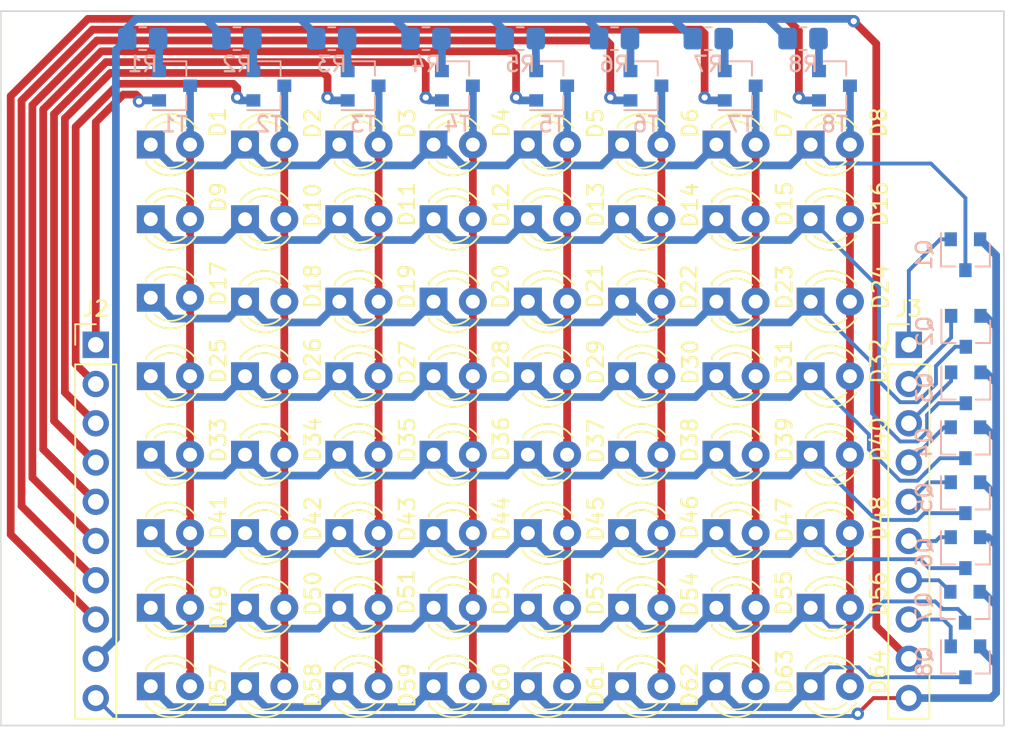
<source format=kicad_pcb>
(kicad_pcb (version 20171130) (host pcbnew "(5.1.8)-1")
  (layers (0 F.Cu signal) (31 B.Cu signal) (34 B.Paste user) (35 F.Paste user hide) (36 B.SilkS user) (37 F.SilkS user) (38 B.Mask user) (39 F.Mask user) (44 Edge.Cuts user))
  (net 0 "")
  (net 1 "Net-(D1-Pad2)")
  (net 2 "Net-(D1-Pad1)")
  (net 3 "Net-(D10-Pad2)")
  (net 4 "Net-(D11-Pad2)")
  (net 5 "Net-(D12-Pad2)")
  (net 6 "Net-(D13-Pad2)")
  (net 7 "Net-(D14-Pad2)")
  (net 8 "Net-(D15-Pad2)")
  (net 9 "Net-(D16-Pad2)")
  (net 10 "Net-(D10-Pad1)")
  (net 11 "Net-(D17-Pad1)")
  (net 12 "Net-(D25-Pad1)")
  (net 13 "Net-(D33-Pad1)")
  (net 14 "Net-(D41-Pad1)")
  (net 15 "Net-(D49-Pad1)")
  (net 16 "Net-(D57-Pad1)")
  (net 17 GND)
  (net 18 5V_In)
  (net 19 C7)
  (net 20 C6)
  (net 21 C5)
  (net 22 C4)
  (net 23 C3)
  (net 24 C2)
  (net 25 C1)
  (net 26 C0)
  (net 27 R7)
  (net 28 R6)
  (net 29 R5)
  (net 30 R4)
  (net 31 R3)
  (net 32 R2)
  (net 33 R1)
  (net 34 R0)
  (net 35 "Net-(R1-Pad2)")
  (net 36 "Net-(R2-Pad2)")
  (net 37 "Net-(R3-Pad2)")
  (net 38 "Net-(R4-Pad2)")
  (net 39 "Net-(R5-Pad2)")
  (net 40 "Net-(R6-Pad2)")
  (net 41 "Net-(R7-Pad2)")
  (net 42 "Net-(R8-Pad2)")
  (module LED_THT:LED_D3.0mm (layer F.Cu) (at 55.626 54.102)
    (fp_text reference D4 (at 4.3942 -1.4224 90) (layer F.SilkS))
    (fp_text value LED)
    (pad 2 thru_hole circle (at 2.54 0) (size 1.8 1.8) (drill 0.9) (layers *.Cu *.Mask) (net 5 "Net-(D12-Pad2)"))
    (pad 1 thru_hole rect (at 0 0) (size 1.8 1.8) (drill 0.9) (layers *.Cu *.Mask) (net 2 "Net-(D1-Pad1)"))
  )
  (module SOT-23_BS170_BSH201:BS170_SOT23 (layer B.Cu) (at 88.265 66.183 270)
    (fp_text reference Q2 (at 0 0.889 270) (layer B.SilkS) (effects (justify mirror)))
    (fp_text value BS170)
    (pad 1 smd rect (at 1 -1.778 270) (size 0.9 0.8) (layers B.Cu B.Paste B.Mask) (net 10 "Net-(D10-Pad1)"))
    (pad 3 smd rect (at -1 -2.728 270) (size 0.9 0.8) (layers B.Cu B.Paste B.Mask) (net 17 GND))
    (pad 2 smd rect (at -1 -0.828 270) (size 0.9 0.8) (layers B.Cu B.Paste B.Mask) (net 33 R1))
  )
  (module SOT-23_BS170_BSH201:BS170_SOT23 (layer B.Cu) (at 88.2396 87.5698 270)
    (fp_text reference Q8 (at 0 0.889 90) (layer B.SilkS) (effects (justify mirror)))
    (fp_text value BS170)
    (pad 1 smd rect (at 1 -1.778 270) (size 0.9 0.8) (layers B.Cu B.Paste B.Mask) (net 16 "Net-(D57-Pad1)"))
    (pad 3 smd rect (at -1 -2.728 270) (size 0.9 0.8) (layers B.Cu B.Paste B.Mask) (net 17 GND))
    (pad 2 smd rect (at -1 -0.828 270) (size 0.9 0.8) (layers B.Cu B.Paste B.Mask) (net 27 R7))
  )
  (module SOT-23_BS170_BSH201:BS170_SOT23 (layer B.Cu) (at 88.2142 84.0392 270)
    (fp_text reference Q7 (at 0 0.889 90) (layer B.SilkS) (effects (justify mirror)))
    (fp_text value BS170)
    (pad 1 smd rect (at 1 -1.778 270) (size 0.9 0.8) (layers B.Cu B.Paste B.Mask) (net 15 "Net-(D49-Pad1)"))
    (pad 3 smd rect (at -1 -2.728 270) (size 0.9 0.8) (layers B.Cu B.Paste B.Mask) (net 17 GND))
    (pad 2 smd rect (at -1 -0.828 270) (size 0.9 0.8) (layers B.Cu B.Paste B.Mask) (net 28 R6))
  )
  (module SOT-23_BS170_BSH201:BS170_SOT23 (layer B.Cu) (at 88.2396 80.5086 270)
    (fp_text reference Q6 (at 0 0.889 90) (layer B.SilkS) (effects (justify mirror)))
    (fp_text value BS170)
    (pad 1 smd rect (at 1 -1.778 270) (size 0.9 0.8) (layers B.Cu B.Paste B.Mask) (net 14 "Net-(D41-Pad1)"))
    (pad 3 smd rect (at -1 -2.728 270) (size 0.9 0.8) (layers B.Cu B.Paste B.Mask) (net 17 GND))
    (pad 2 smd rect (at -1 -0.828 270) (size 0.9 0.8) (layers B.Cu B.Paste B.Mask) (net 29 R5))
  )
  (module SOT-23_BS170_BSH201:BS170_SOT23 (layer B.Cu) (at 88.2396 76.9526 270)
    (fp_text reference Q5 (at 0 0.889 90) (layer B.SilkS) (effects (justify mirror)))
    (fp_text value BS170)
    (pad 1 smd rect (at 1 -1.778 270) (size 0.9 0.8) (layers B.Cu B.Paste B.Mask) (net 13 "Net-(D33-Pad1)"))
    (pad 3 smd rect (at -1 -2.728 270) (size 0.9 0.8) (layers B.Cu B.Paste B.Mask) (net 17 GND))
    (pad 2 smd rect (at -1 -0.828 270) (size 0.9 0.8) (layers B.Cu B.Paste B.Mask) (net 30 R4))
  )
  (module SOT-23_BS170_BSH201:BS170_SOT23 (layer B.Cu) (at 88.2396 73.3966 270)
    (fp_text reference Q4 (at 0 0.889 90) (layer B.SilkS) (effects (justify mirror)))
    (fp_text value BS170)
    (pad 1 smd rect (at 1 -1.778 270) (size 0.9 0.8) (layers B.Cu B.Paste B.Mask) (net 12 "Net-(D25-Pad1)"))
    (pad 3 smd rect (at -1 -2.728 270) (size 0.9 0.8) (layers B.Cu B.Paste B.Mask) (net 17 GND))
    (pad 2 smd rect (at -1 -0.828 270) (size 0.9 0.8) (layers B.Cu B.Paste B.Mask) (net 31 R3))
  )
  (module SOT-23_BS170_BSH201:BS170_SOT23 (layer B.Cu) (at 88.265 69.8406 270)
    (fp_text reference Q3 (at 0 0.889 90) (layer B.SilkS) (effects (justify mirror)))
    (fp_text value BS170)
    (pad 1 smd rect (at 1 -1.778 270) (size 0.9 0.8) (layers B.Cu B.Paste B.Mask) (net 11 "Net-(D17-Pad1)"))
    (pad 3 smd rect (at -1 -2.728 270) (size 0.9 0.8) (layers B.Cu B.Paste B.Mask) (net 17 GND))
    (pad 2 smd rect (at -1 -0.828 270) (size 0.9 0.8) (layers B.Cu B.Paste B.Mask) (net 32 R2))
  )
  (module SOT-23_BS170_BSH201:BS170_SOT23 (layer B.Cu) (at 88.2396 61.23 270)
    (fp_text reference Q1 (at 0 0.889 90) (layer B.SilkS) (effects (justify mirror)))
    (fp_text value BS170)
    (pad 1 smd rect (at 1 -1.778 270) (size 0.9 0.8) (layers B.Cu B.Paste B.Mask) (net 2 "Net-(D1-Pad1)"))
    (pad 3 smd rect (at -1 -2.728 270) (size 0.9 0.8) (layers B.Cu B.Paste B.Mask) (net 17 GND))
    (pad 2 smd rect (at -1 -0.828 270) (size 0.9 0.8) (layers B.Cu B.Paste B.Mask) (net 34 R0))
  )
  (module Package_TO_SOT_SMD:SOT-23 (layer B.Cu) (at 81.55 50.292)
    (fp_text reference T8 (at 0 2.5) (layer B.SilkS) (effects (justify mirror)))
    (fp_text value BSH201)
    (pad 3 smd rect (at 1 0) (size 0.9 0.8) (layers B.Cu B.Paste B.Mask) (net 9 "Net-(D16-Pad2)"))
    (pad 2 smd rect (at -1 -0.95) (size 0.9 0.8) (layers B.Cu B.Paste B.Mask) (net 42 "Net-(R8-Pad2)"))
    (pad 1 smd rect (at -1 0.95) (size 0.9 0.8) (layers B.Cu B.Paste B.Mask) (net 19 C7))
  )
  (module Package_TO_SOT_SMD:SOT-23 (layer B.Cu) (at 75.454 50.292)
    (fp_text reference T7 (at 0 2.5) (layer B.SilkS) (effects (justify mirror)))
    (fp_text value BSH201)
    (pad 3 smd rect (at 1 0) (size 0.9 0.8) (layers B.Cu B.Paste B.Mask) (net 8 "Net-(D15-Pad2)"))
    (pad 2 smd rect (at -1 -0.95) (size 0.9 0.8) (layers B.Cu B.Paste B.Mask) (net 41 "Net-(R7-Pad2)"))
    (pad 1 smd rect (at -1 0.95) (size 0.9 0.8) (layers B.Cu B.Paste B.Mask) (net 20 C6))
  )
  (module Package_TO_SOT_SMD:SOT-23 (layer B.Cu) (at 69.358 50.292)
    (fp_text reference T6 (at 0 2.5) (layer B.SilkS) (effects (justify mirror)))
    (fp_text value BSH201)
    (pad 3 smd rect (at 1 0) (size 0.9 0.8) (layers B.Cu B.Paste B.Mask) (net 7 "Net-(D14-Pad2)"))
    (pad 2 smd rect (at -1 -0.95) (size 0.9 0.8) (layers B.Cu B.Paste B.Mask) (net 40 "Net-(R6-Pad2)"))
    (pad 1 smd rect (at -1 0.95) (size 0.9 0.8) (layers B.Cu B.Paste B.Mask) (net 21 C5))
  )
  (module Package_TO_SOT_SMD:SOT-23 (layer B.Cu) (at 63.262 50.292)
    (fp_text reference T5 (at 0 2.5) (layer B.SilkS) (effects (justify mirror)))
    (fp_text value BSH201)
    (pad 3 smd rect (at 1 0) (size 0.9 0.8) (layers B.Cu B.Paste B.Mask) (net 6 "Net-(D13-Pad2)"))
    (pad 2 smd rect (at -1 -0.95) (size 0.9 0.8) (layers B.Cu B.Paste B.Mask) (net 39 "Net-(R5-Pad2)"))
    (pad 1 smd rect (at -1 0.95) (size 0.9 0.8) (layers B.Cu B.Paste B.Mask) (net 22 C4))
  )
  (module Package_TO_SOT_SMD:SOT-23 (layer B.Cu) (at 57.166 50.292)
    (fp_text reference T4 (at 0 2.5) (layer B.SilkS) (effects (justify mirror)))
    (fp_text value BSH201)
    (pad 3 smd rect (at 1 0) (size 0.9 0.8) (layers B.Cu B.Paste B.Mask) (net 5 "Net-(D12-Pad2)"))
    (pad 2 smd rect (at -1 -0.95) (size 0.9 0.8) (layers B.Cu B.Paste B.Mask) (net 38 "Net-(R4-Pad2)"))
    (pad 1 smd rect (at -1 0.95) (size 0.9 0.8) (layers B.Cu B.Paste B.Mask) (net 23 C3))
  )
  (module Package_TO_SOT_SMD:SOT-23 (layer B.Cu) (at 51.07 50.292)
    (fp_text reference T3 (at 0 2.5) (layer B.SilkS) (effects (justify mirror)))
    (fp_text value BSH201)
    (pad 3 smd rect (at 1 0) (size 0.9 0.8) (layers B.Cu B.Paste B.Mask) (net 4 "Net-(D11-Pad2)"))
    (pad 2 smd rect (at -1 -0.95) (size 0.9 0.8) (layers B.Cu B.Paste B.Mask) (net 37 "Net-(R3-Pad2)"))
    (pad 1 smd rect (at -1 0.95) (size 0.9 0.8) (layers B.Cu B.Paste B.Mask) (net 24 C2))
  )
  (module Package_TO_SOT_SMD:SOT-23 (layer B.Cu) (at 44.974 50.292)
    (fp_text reference T2 (at 0 2.5) (layer B.SilkS) (effects (justify mirror)))
    (fp_text value BSH201)
    (pad 3 smd rect (at 1 0) (size 0.9 0.8) (layers B.Cu B.Paste B.Mask) (net 3 "Net-(D10-Pad2)"))
    (pad 2 smd rect (at -1 -0.95) (size 0.9 0.8) (layers B.Cu B.Paste B.Mask) (net 36 "Net-(R2-Pad2)"))
    (pad 1 smd rect (at -1 0.95) (size 0.9 0.8) (layers B.Cu B.Paste B.Mask) (net 25 C1))
  )
  (module Package_TO_SOT_SMD:SOT-23 (layer B.Cu) (at 38.878 50.292)
    (fp_text reference T1 (at 0 2.5) (layer B.SilkS) (effects (justify mirror)))
    (fp_text value BSH201)
    (pad 3 smd rect (at 1 0) (size 0.9 0.8) (layers B.Cu B.Paste B.Mask) (net 1 "Net-(D1-Pad2)"))
    (pad 2 smd rect (at -1 -0.95) (size 0.9 0.8) (layers B.Cu B.Paste B.Mask) (net 35 "Net-(R1-Pad2)"))
    (pad 1 smd rect (at -1 0.95) (size 0.9 0.8) (layers B.Cu B.Paste B.Mask) (net 26 C0))
  )
  (module Resistor_SMD:R_0805_2012Metric_Pad1.20x1.40mm_HandSolder (layer B.Cu) (at 79.518 47.244)
    (fp_text reference R8 (at 0 1.65) (layer B.SilkS) (effects (justify mirror)))
    (fp_text value R_Small)
    (pad 2 smd roundrect (at 1 0) (size 1.2 1.4) (layers B.Cu B.Paste B.Mask) (roundrect_rratio 0.208333) (net 42 "Net-(R8-Pad2)"))
    (pad 1 smd roundrect (at -1 0) (size 1.2 1.4) (layers B.Cu B.Paste B.Mask) (roundrect_rratio 0.208333) (net 18 5V_In))
  )
  (module Resistor_SMD:R_0805_2012Metric_Pad1.20x1.40mm_HandSolder (layer B.Cu) (at 73.39 47.244)
    (fp_text reference R7 (at 0 1.65) (layer B.SilkS) (effects (justify mirror)))
    (fp_text value R_Small)
    (pad 2 smd roundrect (at 1 0) (size 1.2 1.4) (layers B.Cu B.Paste B.Mask) (roundrect_rratio 0.208333) (net 41 "Net-(R7-Pad2)"))
    (pad 1 smd roundrect (at -1 0) (size 1.2 1.4) (layers B.Cu B.Paste B.Mask) (roundrect_rratio 0.208333) (net 18 5V_In))
  )
  (module Resistor_SMD:R_0805_2012Metric_Pad1.20x1.40mm_HandSolder (layer B.Cu) (at 67.326 47.244)
    (fp_text reference R6 (at 0 1.65) (layer B.SilkS) (effects (justify mirror)))
    (fp_text value R_Small)
    (pad 2 smd roundrect (at 1 0) (size 1.2 1.4) (layers B.Cu B.Paste B.Mask) (roundrect_rratio 0.208333) (net 40 "Net-(R6-Pad2)"))
    (pad 1 smd roundrect (at -1 0) (size 1.2 1.4) (layers B.Cu B.Paste B.Mask) (roundrect_rratio 0.208333) (net 18 5V_In))
  )
  (module Resistor_SMD:R_0805_2012Metric_Pad1.20x1.40mm_HandSolder (layer B.Cu) (at 61.23 47.244)
    (fp_text reference R5 (at 0 1.65) (layer B.SilkS) (effects (justify mirror)))
    (fp_text value R_Small)
    (pad 2 smd roundrect (at 1 0) (size 1.2 1.4) (layers B.Cu B.Paste B.Mask) (roundrect_rratio 0.208333) (net 39 "Net-(R5-Pad2)"))
    (pad 1 smd roundrect (at -1 0) (size 1.2 1.4) (layers B.Cu B.Paste B.Mask) (roundrect_rratio 0.208333) (net 18 5V_In))
  )
  (module Resistor_SMD:R_0805_2012Metric_Pad1.20x1.40mm_HandSolder (layer B.Cu) (at 55.134 47.244)
    (fp_text reference R4 (at 0 1.65) (layer B.SilkS) (effects (justify mirror)))
    (fp_text value R_Small)
    (pad 2 smd roundrect (at 1 0) (size 1.2 1.4) (layers B.Cu B.Paste B.Mask) (roundrect_rratio 0.208333) (net 38 "Net-(R4-Pad2)"))
    (pad 1 smd roundrect (at -1 0) (size 1.2 1.4) (layers B.Cu B.Paste B.Mask) (roundrect_rratio 0.208333) (net 18 5V_In))
  )
  (module Resistor_SMD:R_0805_2012Metric_Pad1.20x1.40mm_HandSolder (layer B.Cu) (at 49.038 47.244)
    (fp_text reference R3 (at 0 1.65) (layer B.SilkS) (effects (justify mirror)))
    (fp_text value R_Small)
    (pad 2 smd roundrect (at 1 0) (size 1.2 1.4) (layers B.Cu B.Paste B.Mask) (roundrect_rratio 0.208333) (net 37 "Net-(R3-Pad2)"))
    (pad 1 smd roundrect (at -1 0) (size 1.2 1.4) (layers B.Cu B.Paste B.Mask) (roundrect_rratio 0.208333) (net 18 5V_In))
  )
  (module Resistor_SMD:R_0805_2012Metric_Pad1.20x1.40mm_HandSolder (layer B.Cu) (at 42.91 47.244)
    (fp_text reference R2 (at 0 1.65) (layer B.SilkS) (effects (justify mirror)))
    (fp_text value R_Small)
    (pad 2 smd roundrect (at 1 0) (size 1.2 1.4) (layers B.Cu B.Paste B.Mask) (roundrect_rratio 0.208333) (net 36 "Net-(R2-Pad2)"))
    (pad 1 smd roundrect (at -1 0) (size 1.2 1.4) (layers B.Cu B.Paste B.Mask) (roundrect_rratio 0.208333) (net 18 5V_In))
  )
  (module Resistor_SMD:R_0805_2012Metric_Pad1.20x1.40mm_HandSolder (layer B.Cu) (at 36.814 47.244)
    (fp_text reference R1 (at 0 1.65) (layer B.SilkS) (effects (justify mirror)))
    (fp_text value R_Small)
    (pad 2 smd roundrect (at 1 0) (size 1.2 1.4) (layers B.Cu B.Paste B.Mask) (roundrect_rratio 0.208333) (net 35 "Net-(R1-Pad2)"))
    (pad 1 smd roundrect (at -1 0) (size 1.2 1.4) (layers B.Cu B.Paste B.Mask) (roundrect_rratio 0.208333) (net 18 5V_In))
  )
  (module Connector_PinHeader_2.54mm:PinHeader_1x10_P2.54mm_Vertical (layer F.Cu) (at 86.36 67.056)
    (fp_text reference J3 (at 0 -2.33) (layer F.SilkS))
    (fp_text value Conn_01x10)
    (pad 10 thru_hole oval (at 0 22.86) (size 1.7 1.7) (drill 1) (layers *.Cu *.Mask) (net 17 GND))
    (pad 9 thru_hole oval (at 0 20.32) (size 1.7 1.7) (drill 1) (layers *.Cu *.Mask) (net 18 5V_In))
    (pad 8 thru_hole oval (at 0 17.78) (size 1.7 1.7) (drill 1) (layers *.Cu *.Mask) (net 27 R7))
    (pad 7 thru_hole oval (at 0 15.24) (size 1.7 1.7) (drill 1) (layers *.Cu *.Mask) (net 28 R6))
    (pad 6 thru_hole oval (at 0 12.7) (size 1.7 1.7) (drill 1) (layers *.Cu *.Mask) (net 29 R5))
    (pad 5 thru_hole oval (at 0 10.16) (size 1.7 1.7) (drill 1) (layers *.Cu *.Mask) (net 30 R4))
    (pad 4 thru_hole oval (at 0 7.62) (size 1.7 1.7) (drill 1) (layers *.Cu *.Mask) (net 31 R3))
    (pad 3 thru_hole oval (at 0 5.08) (size 1.7 1.7) (drill 1) (layers *.Cu *.Mask) (net 32 R2))
    (pad 2 thru_hole oval (at 0 2.54) (size 1.7 1.7) (drill 1) (layers *.Cu *.Mask) (net 33 R1))
    (pad 1 thru_hole rect (at 0 0) (size 1.7 1.7) (drill 1) (layers *.Cu *.Mask) (net 34 R0))
  )
  (module Connector_PinHeader_2.54mm:PinHeader_1x10_P2.54mm_Vertical (layer F.Cu) (at 33.782 67.056)
    (fp_text reference J2 (at 0 -2.33) (layer F.SilkS))
    (fp_text value Conn_01x10)
    (pad 10 thru_hole oval (at 0 22.86) (size 1.7 1.7) (drill 1) (layers *.Cu *.Mask) (net 17 GND))
    (pad 9 thru_hole oval (at 0 20.32) (size 1.7 1.7) (drill 1) (layers *.Cu *.Mask) (net 18 5V_In))
    (pad 8 thru_hole oval (at 0 17.78) (size 1.7 1.7) (drill 1) (layers *.Cu *.Mask) (net 19 C7))
    (pad 7 thru_hole oval (at 0 15.24) (size 1.7 1.7) (drill 1) (layers *.Cu *.Mask) (net 20 C6))
    (pad 6 thru_hole oval (at 0 12.7) (size 1.7 1.7) (drill 1) (layers *.Cu *.Mask) (net 21 C5))
    (pad 5 thru_hole oval (at 0 10.16) (size 1.7 1.7) (drill 1) (layers *.Cu *.Mask) (net 22 C4))
    (pad 4 thru_hole oval (at 0 7.62) (size 1.7 1.7) (drill 1) (layers *.Cu *.Mask) (net 23 C3))
    (pad 3 thru_hole oval (at 0 5.08) (size 1.7 1.7) (drill 1) (layers *.Cu *.Mask) (net 24 C2))
    (pad 2 thru_hole oval (at 0 2.54) (size 1.7 1.7) (drill 1) (layers *.Cu *.Mask) (net 25 C1))
    (pad 1 thru_hole rect (at 0 0) (size 1.7 1.7) (drill 1) (layers *.Cu *.Mask) (net 26 C0))
  )
  (module LED_THT:LED_D3.0mm (layer F.Cu) (at 80.01 89.154)
    (fp_text reference D64 (at 4.3688 -0.9398 90) (layer F.SilkS))
    (fp_text value LED)
    (pad 2 thru_hole circle (at 2.54 0) (size 1.8 1.8) (drill 0.9) (layers *.Cu *.Mask) (net 9 "Net-(D16-Pad2)"))
    (pad 1 thru_hole rect (at 0 0) (size 1.8 1.8) (drill 0.9) (layers *.Cu *.Mask) (net 16 "Net-(D57-Pad1)"))
  )
  (module LED_THT:LED_D3.0mm (layer F.Cu) (at 73.914 89.154)
    (fp_text reference D63 (at 4.3942 -0.9398 90) (layer F.SilkS))
    (fp_text value LED)
    (pad 2 thru_hole circle (at 2.54 0) (size 1.8 1.8) (drill 0.9) (layers *.Cu *.Mask) (net 8 "Net-(D15-Pad2)"))
    (pad 1 thru_hole rect (at 0 0) (size 1.8 1.8) (drill 0.9) (layers *.Cu *.Mask) (net 16 "Net-(D57-Pad1)"))
  )
  (module LED_THT:LED_D3.0mm (layer F.Cu) (at 67.818 89.154)
    (fp_text reference D62 (at 4.3688 -0.0762 90) (layer F.SilkS))
    (fp_text value LED)
    (pad 2 thru_hole circle (at 2.54 0) (size 1.8 1.8) (drill 0.9) (layers *.Cu *.Mask) (net 7 "Net-(D14-Pad2)"))
    (pad 1 thru_hole rect (at 0 0) (size 1.8 1.8) (drill 0.9) (layers *.Cu *.Mask) (net 16 "Net-(D57-Pad1)"))
  )
  (module LED_THT:LED_D3.0mm (layer F.Cu) (at 61.722 89.154)
    (fp_text reference D61 (at 4.3688 -0.1778 90) (layer F.SilkS))
    (fp_text value LED)
    (pad 2 thru_hole circle (at 2.54 0) (size 1.8 1.8) (drill 0.9) (layers *.Cu *.Mask) (net 6 "Net-(D13-Pad2)"))
    (pad 1 thru_hole rect (at 0 0) (size 1.8 1.8) (drill 0.9) (layers *.Cu *.Mask) (net 16 "Net-(D57-Pad1)"))
  )
  (module LED_THT:LED_D3.0mm (layer F.Cu) (at 55.626 89.154)
    (fp_text reference D60 (at 4.3942 -0.0762 90) (layer F.SilkS))
    (fp_text value LED)
    (pad 2 thru_hole circle (at 2.54 0) (size 1.8 1.8) (drill 0.9) (layers *.Cu *.Mask) (net 5 "Net-(D12-Pad2)"))
    (pad 1 thru_hole rect (at 0 0) (size 1.8 1.8) (drill 0.9) (layers *.Cu *.Mask) (net 16 "Net-(D57-Pad1)"))
  )
  (module LED_THT:LED_D3.0mm (layer F.Cu) (at 49.53 89.154)
    (fp_text reference D59 (at 4.3942 -0.0508 90) (layer F.SilkS))
    (fp_text value LED)
    (pad 2 thru_hole circle (at 2.54 0) (size 1.8 1.8) (drill 0.9) (layers *.Cu *.Mask) (net 4 "Net-(D11-Pad2)"))
    (pad 1 thru_hole rect (at 0 0) (size 1.8 1.8) (drill 0.9) (layers *.Cu *.Mask) (net 16 "Net-(D57-Pad1)"))
  )
  (module LED_THT:LED_D3.0mm (layer F.Cu) (at 43.434 89.154)
    (fp_text reference D58 (at 4.3942 -0.0762 90) (layer F.SilkS))
    (fp_text value LED)
    (pad 2 thru_hole circle (at 2.54 0) (size 1.8 1.8) (drill 0.9) (layers *.Cu *.Mask) (net 3 "Net-(D10-Pad2)"))
    (pad 1 thru_hole rect (at 0 0) (size 1.8 1.8) (drill 0.9) (layers *.Cu *.Mask) (net 16 "Net-(D57-Pad1)"))
  )
  (module LED_THT:LED_D3.0mm (layer F.Cu) (at 37.338 89.154)
    (fp_text reference D57 (at 4.3688 -0.0254 90) (layer F.SilkS))
    (fp_text value LED)
    (pad 2 thru_hole circle (at 2.54 0) (size 1.8 1.8) (drill 0.9) (layers *.Cu *.Mask) (net 1 "Net-(D1-Pad2)"))
    (pad 1 thru_hole rect (at 0 0) (size 1.8 1.8) (drill 0.9) (layers *.Cu *.Mask) (net 16 "Net-(D57-Pad1)"))
  )
  (module LED_THT:LED_D3.0mm (layer F.Cu) (at 80.01 84.074)
    (fp_text reference D56 (at 4.3942 -0.9144 90) (layer F.SilkS))
    (fp_text value LED)
    (pad 2 thru_hole circle (at 2.54 0) (size 1.8 1.8) (drill 0.9) (layers *.Cu *.Mask) (net 9 "Net-(D16-Pad2)"))
    (pad 1 thru_hole rect (at 0 0) (size 1.8 1.8) (drill 0.9) (layers *.Cu *.Mask) (net 15 "Net-(D49-Pad1)"))
  )
  (module LED_THT:LED_D3.0mm (layer F.Cu) (at 73.914 84.074)
    (fp_text reference D55 (at 4.3688 -0.9652 90) (layer F.SilkS))
    (fp_text value LED)
    (pad 2 thru_hole circle (at 2.54 0) (size 1.8 1.8) (drill 0.9) (layers *.Cu *.Mask) (net 8 "Net-(D15-Pad2)"))
    (pad 1 thru_hole rect (at 0 0) (size 1.8 1.8) (drill 0.9) (layers *.Cu *.Mask) (net 15 "Net-(D49-Pad1)"))
  )
  (module LED_THT:LED_D3.0mm (layer F.Cu) (at 67.818 84.074)
    (fp_text reference D54 (at 4.3688 -0.8636 90) (layer F.SilkS))
    (fp_text value LED)
    (pad 2 thru_hole circle (at 2.54 0) (size 1.8 1.8) (drill 0.9) (layers *.Cu *.Mask) (net 7 "Net-(D14-Pad2)"))
    (pad 1 thru_hole rect (at 0 0) (size 1.8 1.8) (drill 0.9) (layers *.Cu *.Mask) (net 15 "Net-(D49-Pad1)"))
  )
  (module LED_THT:LED_D3.0mm (layer F.Cu) (at 61.722 84.074)
    (fp_text reference D53 (at 4.3688 -0.9398 90) (layer F.SilkS))
    (fp_text value LED)
    (pad 2 thru_hole circle (at 2.54 0) (size 1.8 1.8) (drill 0.9) (layers *.Cu *.Mask) (net 6 "Net-(D13-Pad2)"))
    (pad 1 thru_hole rect (at 0 0) (size 1.8 1.8) (drill 0.9) (layers *.Cu *.Mask) (net 15 "Net-(D49-Pad1)"))
  )
  (module LED_THT:LED_D3.0mm (layer F.Cu) (at 55.626 84.074)
    (fp_text reference D52 (at 4.3688 -0.9398 90) (layer F.SilkS))
    (fp_text value LED)
    (pad 2 thru_hole circle (at 2.54 0) (size 1.8 1.8) (drill 0.9) (layers *.Cu *.Mask) (net 5 "Net-(D12-Pad2)"))
    (pad 1 thru_hole rect (at 0 0) (size 1.8 1.8) (drill 0.9) (layers *.Cu *.Mask) (net 15 "Net-(D49-Pad1)"))
  )
  (module LED_THT:LED_D3.0mm (layer F.Cu) (at 49.53 84.074)
    (fp_text reference D51 (at 4.3434 -1.016 90) (layer F.SilkS))
    (fp_text value LED)
    (pad 2 thru_hole circle (at 2.54 0) (size 1.8 1.8) (drill 0.9) (layers *.Cu *.Mask) (net 4 "Net-(D11-Pad2)"))
    (pad 1 thru_hole rect (at 0 0) (size 1.8 1.8) (drill 0.9) (layers *.Cu *.Mask) (net 15 "Net-(D49-Pad1)"))
  )
  (module LED_THT:LED_D3.0mm (layer F.Cu) (at 43.434 84.074)
    (fp_text reference D50 (at 4.3942 -0.9144 90) (layer F.SilkS))
    (fp_text value LED)
    (pad 2 thru_hole circle (at 2.54 0) (size 1.8 1.8) (drill 0.9) (layers *.Cu *.Mask) (net 3 "Net-(D10-Pad2)"))
    (pad 1 thru_hole rect (at 0 0) (size 1.8 1.8) (drill 0.9) (layers *.Cu *.Mask) (net 15 "Net-(D49-Pad1)"))
  )
  (module LED_THT:LED_D3.0mm (layer F.Cu) (at 37.338 84.074)
    (fp_text reference D49 (at 4.3942 -0.0254 90) (layer F.SilkS))
    (fp_text value LED)
    (pad 2 thru_hole circle (at 2.54 0) (size 1.8 1.8) (drill 0.9) (layers *.Cu *.Mask) (net 1 "Net-(D1-Pad2)"))
    (pad 1 thru_hole rect (at 0 0) (size 1.8 1.8) (drill 0.9) (layers *.Cu *.Mask) (net 15 "Net-(D49-Pad1)"))
  )
  (module LED_THT:LED_D3.0mm (layer F.Cu) (at 80.01 79.248)
    (fp_text reference D48 (at 4.3942 -0.9652 90) (layer F.SilkS))
    (fp_text value LED)
    (pad 2 thru_hole circle (at 2.54 0) (size 1.8 1.8) (drill 0.9) (layers *.Cu *.Mask) (net 9 "Net-(D16-Pad2)"))
    (pad 1 thru_hole rect (at 0 0) (size 1.8 1.8) (drill 0.9) (layers *.Cu *.Mask) (net 14 "Net-(D41-Pad1)"))
  )
  (module LED_THT:LED_D3.0mm (layer F.Cu) (at 73.914 79.248)
    (fp_text reference D47 (at 4.3942 -0.8636 90) (layer F.SilkS))
    (fp_text value LED)
    (pad 2 thru_hole circle (at 2.54 0) (size 1.8 1.8) (drill 0.9) (layers *.Cu *.Mask) (net 8 "Net-(D15-Pad2)"))
    (pad 1 thru_hole rect (at 0 0) (size 1.8 1.8) (drill 0.9) (layers *.Cu *.Mask) (net 14 "Net-(D41-Pad1)"))
  )
  (module LED_THT:LED_D3.0mm (layer F.Cu) (at 67.818 79.248)
    (fp_text reference D46 (at 4.3688 -1.016 90) (layer F.SilkS))
    (fp_text value LED)
    (pad 2 thru_hole circle (at 2.54 0) (size 1.8 1.8) (drill 0.9) (layers *.Cu *.Mask) (net 7 "Net-(D14-Pad2)"))
    (pad 1 thru_hole rect (at 0 0) (size 1.8 1.8) (drill 0.9) (layers *.Cu *.Mask) (net 14 "Net-(D41-Pad1)"))
  )
  (module LED_THT:LED_D3.0mm (layer F.Cu) (at 61.722 79.248)
    (fp_text reference D45 (at 4.3942 -0.9398 90) (layer F.SilkS))
    (fp_text value LED)
    (pad 2 thru_hole circle (at 2.54 0) (size 1.8 1.8) (drill 0.9) (layers *.Cu *.Mask) (net 6 "Net-(D13-Pad2)"))
    (pad 1 thru_hole rect (at 0 0) (size 1.8 1.8) (drill 0.9) (layers *.Cu *.Mask) (net 14 "Net-(D41-Pad1)"))
  )
  (module LED_THT:LED_D3.0mm (layer F.Cu) (at 55.626 79.248)
    (fp_text reference D44 (at 4.3942 -0.9398 90) (layer F.SilkS))
    (fp_text value LED)
    (pad 2 thru_hole circle (at 2.54 0) (size 1.8 1.8) (drill 0.9) (layers *.Cu *.Mask) (net 5 "Net-(D12-Pad2)"))
    (pad 1 thru_hole rect (at 0 0) (size 1.8 1.8) (drill 0.9) (layers *.Cu *.Mask) (net 14 "Net-(D41-Pad1)"))
  )
  (module LED_THT:LED_D3.0mm (layer F.Cu) (at 49.53 79.248)
    (fp_text reference D43 (at 4.3942 -0.9144 90) (layer F.SilkS))
    (fp_text value LED)
    (pad 2 thru_hole circle (at 2.54 0) (size 1.8 1.8) (drill 0.9) (layers *.Cu *.Mask) (net 4 "Net-(D11-Pad2)"))
    (pad 1 thru_hole rect (at 0 0) (size 1.8 1.8) (drill 0.9) (layers *.Cu *.Mask) (net 14 "Net-(D41-Pad1)"))
  )
  (module LED_THT:LED_D3.0mm (layer F.Cu) (at 43.434 79.248)
    (fp_text reference D42 (at 4.3942 -0.9398 90) (layer F.SilkS))
    (fp_text value LED)
    (pad 2 thru_hole circle (at 2.54 0) (size 1.8 1.8) (drill 0.9) (layers *.Cu *.Mask) (net 3 "Net-(D10-Pad2)"))
    (pad 1 thru_hole rect (at 0 0) (size 1.8 1.8) (drill 0.9) (layers *.Cu *.Mask) (net 14 "Net-(D41-Pad1)"))
  )
  (module LED_THT:LED_D3.0mm (layer F.Cu) (at 37.338 79.248)
    (fp_text reference D41 (at 4.3688 -1.016 90) (layer F.SilkS))
    (fp_text value LED)
    (pad 2 thru_hole circle (at 2.54 0) (size 1.8 1.8) (drill 0.9) (layers *.Cu *.Mask) (net 1 "Net-(D1-Pad2)"))
    (pad 1 thru_hole rect (at 0 0) (size 1.8 1.8) (drill 0.9) (layers *.Cu *.Mask) (net 14 "Net-(D41-Pad1)"))
  )
  (module LED_THT:LED_D3.0mm (layer F.Cu) (at 80.01 74.168)
    (fp_text reference D40 (at 4.3942 -0.9906 90) (layer F.SilkS))
    (fp_text value LED)
    (pad 2 thru_hole circle (at 2.54 0) (size 1.8 1.8) (drill 0.9) (layers *.Cu *.Mask) (net 9 "Net-(D16-Pad2)"))
    (pad 1 thru_hole rect (at 0 0) (size 1.8 1.8) (drill 0.9) (layers *.Cu *.Mask) (net 13 "Net-(D33-Pad1)"))
  )
  (module LED_THT:LED_D3.0mm (layer F.Cu) (at 73.914 74.168)
    (fp_text reference D39 (at 4.3942 -0.9652 90) (layer F.SilkS))
    (fp_text value LED)
    (pad 2 thru_hole circle (at 2.54 0) (size 1.8 1.8) (drill 0.9) (layers *.Cu *.Mask) (net 8 "Net-(D15-Pad2)"))
    (pad 1 thru_hole rect (at 0 0) (size 1.8 1.8) (drill 0.9) (layers *.Cu *.Mask) (net 13 "Net-(D33-Pad1)"))
  )
  (module LED_THT:LED_D3.0mm (layer F.Cu) (at 67.818 74.168)
    (fp_text reference D38 (at 4.3688 -0.9398 90) (layer F.SilkS))
    (fp_text value LED)
    (pad 2 thru_hole circle (at 2.54 0) (size 1.8 1.8) (drill 0.9) (layers *.Cu *.Mask) (net 7 "Net-(D14-Pad2)"))
    (pad 1 thru_hole rect (at 0 0) (size 1.8 1.8) (drill 0.9) (layers *.Cu *.Mask) (net 13 "Net-(D33-Pad1)"))
  )
  (module LED_THT:LED_D3.0mm (layer F.Cu) (at 61.722 74.168)
    (fp_text reference D37 (at 4.3942 -0.889 90) (layer F.SilkS))
    (fp_text value LED)
    (pad 2 thru_hole circle (at 2.54 0) (size 1.8 1.8) (drill 0.9) (layers *.Cu *.Mask) (net 6 "Net-(D13-Pad2)"))
    (pad 1 thru_hole rect (at 0 0) (size 1.8 1.8) (drill 0.9) (layers *.Cu *.Mask) (net 13 "Net-(D33-Pad1)"))
  )
  (module LED_THT:LED_D3.0mm (layer F.Cu) (at 55.626 74.168)
    (fp_text reference D36 (at 4.3688 -1.016 90) (layer F.SilkS))
    (fp_text value LED)
    (pad 2 thru_hole circle (at 2.54 0) (size 1.8 1.8) (drill 0.9) (layers *.Cu *.Mask) (net 5 "Net-(D12-Pad2)"))
    (pad 1 thru_hole rect (at 0 0) (size 1.8 1.8) (drill 0.9) (layers *.Cu *.Mask) (net 13 "Net-(D33-Pad1)"))
  )
  (module LED_THT:LED_D3.0mm (layer F.Cu) (at 49.53 74.168)
    (fp_text reference D35 (at 4.3942 -0.9652 90) (layer F.SilkS))
    (fp_text value LED)
    (pad 2 thru_hole circle (at 2.54 0) (size 1.8 1.8) (drill 0.9) (layers *.Cu *.Mask) (net 4 "Net-(D11-Pad2)"))
    (pad 1 thru_hole rect (at 0 0) (size 1.8 1.8) (drill 0.9) (layers *.Cu *.Mask) (net 13 "Net-(D33-Pad1)"))
  )
  (module LED_THT:LED_D3.0mm (layer F.Cu) (at 43.434 74.168)
    (fp_text reference D34 (at 4.3942 -0.9652 90) (layer F.SilkS))
    (fp_text value LED)
    (pad 2 thru_hole circle (at 2.54 0) (size 1.8 1.8) (drill 0.9) (layers *.Cu *.Mask) (net 3 "Net-(D10-Pad2)"))
    (pad 1 thru_hole rect (at 0 0) (size 1.8 1.8) (drill 0.9) (layers *.Cu *.Mask) (net 13 "Net-(D33-Pad1)"))
  )
  (module LED_THT:LED_D3.0mm (layer F.Cu) (at 37.338 74.168)
    (fp_text reference D33 (at 4.3688 -0.9398 90) (layer F.SilkS))
    (fp_text value LED)
    (pad 2 thru_hole circle (at 2.54 0) (size 1.8 1.8) (drill 0.9) (layers *.Cu *.Mask) (net 1 "Net-(D1-Pad2)"))
    (pad 1 thru_hole rect (at 0 0) (size 1.8 1.8) (drill 0.9) (layers *.Cu *.Mask) (net 13 "Net-(D33-Pad1)"))
  )
  (module LED_THT:LED_D3.0mm (layer F.Cu) (at 80.01 69.088)
    (fp_text reference D32 (at 4.3942 -0.9652 90) (layer F.SilkS))
    (fp_text value LED)
    (pad 2 thru_hole circle (at 2.54 0) (size 1.8 1.8) (drill 0.9) (layers *.Cu *.Mask) (net 9 "Net-(D16-Pad2)"))
    (pad 1 thru_hole rect (at 0 0) (size 1.8 1.8) (drill 0.9) (layers *.Cu *.Mask) (net 12 "Net-(D25-Pad1)"))
  )
  (module LED_THT:LED_D3.0mm (layer F.Cu) (at 73.914 69.088)
    (fp_text reference D31 (at 4.3688 -0.9398 90) (layer F.SilkS))
    (fp_text value LED)
    (pad 2 thru_hole circle (at 2.54 0) (size 1.8 1.8) (drill 0.9) (layers *.Cu *.Mask) (net 8 "Net-(D15-Pad2)"))
    (pad 1 thru_hole rect (at 0 0) (size 1.8 1.8) (drill 0.9) (layers *.Cu *.Mask) (net 12 "Net-(D25-Pad1)"))
  )
  (module LED_THT:LED_D3.0mm (layer F.Cu) (at 67.818 69.088)
    (fp_text reference D30 (at 4.4196 -0.9144 90) (layer F.SilkS))
    (fp_text value LED)
    (pad 2 thru_hole circle (at 2.54 0) (size 1.8 1.8) (drill 0.9) (layers *.Cu *.Mask) (net 7 "Net-(D14-Pad2)"))
    (pad 1 thru_hole rect (at 0 0) (size 1.8 1.8) (drill 0.9) (layers *.Cu *.Mask) (net 12 "Net-(D25-Pad1)"))
  )
  (module LED_THT:LED_D3.0mm (layer F.Cu) (at 61.722 69.088)
    (fp_text reference D29 (at 4.3942 -0.9144 90) (layer F.SilkS))
    (fp_text value LED)
    (pad 2 thru_hole circle (at 2.54 0) (size 1.8 1.8) (drill 0.9) (layers *.Cu *.Mask) (net 6 "Net-(D13-Pad2)"))
    (pad 1 thru_hole rect (at 0 0) (size 1.8 1.8) (drill 0.9) (layers *.Cu *.Mask) (net 12 "Net-(D25-Pad1)"))
  )
  (module LED_THT:LED_D3.0mm (layer F.Cu) (at 55.626 69.088)
    (fp_text reference D28 (at 4.3688 -0.9144 90) (layer F.SilkS))
    (fp_text value LED)
    (pad 2 thru_hole circle (at 2.54 0) (size 1.8 1.8) (drill 0.9) (layers *.Cu *.Mask) (net 5 "Net-(D12-Pad2)"))
    (pad 1 thru_hole rect (at 0 0) (size 1.8 1.8) (drill 0.9) (layers *.Cu *.Mask) (net 12 "Net-(D25-Pad1)"))
  )
  (module LED_THT:LED_D3.0mm (layer F.Cu) (at 49.53 69.088)
    (fp_text reference D27 (at 4.3942 -0.889 90) (layer F.SilkS))
    (fp_text value LED)
    (pad 2 thru_hole circle (at 2.54 0) (size 1.8 1.8) (drill 0.9) (layers *.Cu *.Mask) (net 4 "Net-(D11-Pad2)"))
    (pad 1 thru_hole rect (at 0 0) (size 1.8 1.8) (drill 0.9) (layers *.Cu *.Mask) (net 12 "Net-(D25-Pad1)"))
  )
  (module LED_THT:LED_D3.0mm (layer F.Cu) (at 43.434 69.088)
    (fp_text reference D26 (at 4.3688 -1.0414 90) (layer F.SilkS))
    (fp_text value LED)
    (pad 2 thru_hole circle (at 2.54 0) (size 1.8 1.8) (drill 0.9) (layers *.Cu *.Mask) (net 3 "Net-(D10-Pad2)"))
    (pad 1 thru_hole rect (at 0 0) (size 1.8 1.8) (drill 0.9) (layers *.Cu *.Mask) (net 12 "Net-(D25-Pad1)"))
  )
  (module LED_THT:LED_D3.0mm (layer F.Cu) (at 37.338 69.088)
    (fp_text reference D25 (at 4.3688 -0.9906 90) (layer F.SilkS))
    (fp_text value LED)
    (pad 2 thru_hole circle (at 2.54 0) (size 1.8 1.8) (drill 0.9) (layers *.Cu *.Mask) (net 1 "Net-(D1-Pad2)"))
    (pad 1 thru_hole rect (at 0 0) (size 1.8 1.8) (drill 0.9) (layers *.Cu *.Mask) (net 12 "Net-(D25-Pad1)"))
  )
  (module LED_THT:LED_D3.0mm (layer F.Cu) (at 80.01 64.262)
    (fp_text reference D24 (at 4.5212 -0.9398 90) (layer F.SilkS))
    (fp_text value LED)
    (pad 2 thru_hole circle (at 2.54 0) (size 1.8 1.8) (drill 0.9) (layers *.Cu *.Mask) (net 9 "Net-(D16-Pad2)"))
    (pad 1 thru_hole rect (at 0 0) (size 1.8 1.8) (drill 0.9) (layers *.Cu *.Mask) (net 11 "Net-(D17-Pad1)"))
  )
  (module LED_THT:LED_D3.0mm (layer F.Cu) (at 73.914 64.262)
    (fp_text reference D23 (at 4.3942 -0.9398 90) (layer F.SilkS))
    (fp_text value LED)
    (pad 2 thru_hole circle (at 2.54 0) (size 1.8 1.8) (drill 0.9) (layers *.Cu *.Mask) (net 8 "Net-(D15-Pad2)"))
    (pad 1 thru_hole rect (at 0 0) (size 1.8 1.8) (drill 0.9) (layers *.Cu *.Mask) (net 11 "Net-(D17-Pad1)"))
  )
  (module LED_THT:LED_D3.0mm (layer F.Cu) (at 67.818 64.262)
    (fp_text reference D22 (at 4.3434 -0.9398 90) (layer F.SilkS))
    (fp_text value LED)
    (pad 2 thru_hole circle (at 2.54 0) (size 1.8 1.8) (drill 0.9) (layers *.Cu *.Mask) (net 7 "Net-(D14-Pad2)"))
    (pad 1 thru_hole rect (at 0 0) (size 1.8 1.8) (drill 0.9) (layers *.Cu *.Mask) (net 11 "Net-(D17-Pad1)"))
  )
  (module LED_THT:LED_D3.0mm (layer F.Cu) (at 61.722 64.262)
    (fp_text reference D21 (at 4.3434 -0.9906 90) (layer F.SilkS))
    (fp_text value LED)
    (pad 2 thru_hole circle (at 2.54 0) (size 1.8 1.8) (drill 0.9) (layers *.Cu *.Mask) (net 6 "Net-(D13-Pad2)"))
    (pad 1 thru_hole rect (at 0 0) (size 1.8 1.8) (drill 0.9) (layers *.Cu *.Mask) (net 11 "Net-(D17-Pad1)"))
  )
  (module LED_THT:LED_D3.0mm (layer F.Cu) (at 55.626 64.262)
    (fp_text reference D20 (at 4.3434 -0.9652 90) (layer F.SilkS))
    (fp_text value LED)
    (pad 2 thru_hole circle (at 2.54 0) (size 1.8 1.8) (drill 0.9) (layers *.Cu *.Mask) (net 5 "Net-(D12-Pad2)"))
    (pad 1 thru_hole rect (at 0 0) (size 1.8 1.8) (drill 0.9) (layers *.Cu *.Mask) (net 11 "Net-(D17-Pad1)"))
  )
  (module LED_THT:LED_D3.0mm (layer F.Cu) (at 49.53 64.262)
    (fp_text reference D19 (at 4.3688 -0.9652 90) (layer F.SilkS))
    (fp_text value LED)
    (pad 2 thru_hole circle (at 2.54 0) (size 1.8 1.8) (drill 0.9) (layers *.Cu *.Mask) (net 4 "Net-(D11-Pad2)"))
    (pad 1 thru_hole rect (at 0 0) (size 1.8 1.8) (drill 0.9) (layers *.Cu *.Mask) (net 11 "Net-(D17-Pad1)"))
  )
  (module LED_THT:LED_D3.0mm (layer F.Cu) (at 43.434 64.262)
    (fp_text reference D18 (at 4.3688 -0.9906 90) (layer F.SilkS))
    (fp_text value LED)
    (pad 2 thru_hole circle (at 2.54 0) (size 1.8 1.8) (drill 0.9) (layers *.Cu *.Mask) (net 3 "Net-(D10-Pad2)"))
    (pad 1 thru_hole rect (at 0 0) (size 1.8 1.8) (drill 0.9) (layers *.Cu *.Mask) (net 11 "Net-(D17-Pad1)"))
  )
  (module LED_THT:LED_D3.0mm (layer F.Cu) (at 37.338 64.008)
    (fp_text reference D17 (at 4.3688 -0.9144 90) (layer F.SilkS))
    (fp_text value LED)
    (pad 2 thru_hole circle (at 2.54 0) (size 1.8 1.8) (drill 0.9) (layers *.Cu *.Mask) (net 1 "Net-(D1-Pad2)"))
    (pad 1 thru_hole rect (at 0 0) (size 1.8 1.8) (drill 0.9) (layers *.Cu *.Mask) (net 11 "Net-(D17-Pad1)"))
  )
  (module LED_THT:LED_D3.0mm (layer F.Cu) (at 80.01 58.928)
    (fp_text reference D16 (at 4.4704 -0.9906 90) (layer F.SilkS))
    (fp_text value LED)
    (pad 2 thru_hole circle (at 2.54 0) (size 1.8 1.8) (drill 0.9) (layers *.Cu *.Mask) (net 9 "Net-(D16-Pad2)"))
    (pad 1 thru_hole rect (at 0 0) (size 1.8 1.8) (drill 0.9) (layers *.Cu *.Mask) (net 10 "Net-(D10-Pad1)"))
  )
  (module LED_THT:LED_D3.0mm (layer F.Cu) (at 73.914 58.928)
    (fp_text reference D15 (at 4.3942 -0.9906 90) (layer F.SilkS))
    (fp_text value LED)
    (pad 2 thru_hole circle (at 2.54 0) (size 1.8 1.8) (drill 0.9) (layers *.Cu *.Mask) (net 8 "Net-(D15-Pad2)"))
    (pad 1 thru_hole rect (at 0 0) (size 1.8 1.8) (drill 0.9) (layers *.Cu *.Mask) (net 10 "Net-(D10-Pad1)"))
  )
  (module LED_THT:LED_D3.0mm (layer F.Cu) (at 67.818 58.928)
    (fp_text reference D14 (at 4.3942 -0.9144 90) (layer F.SilkS))
    (fp_text value LED)
    (pad 2 thru_hole circle (at 2.54 0) (size 1.8 1.8) (drill 0.9) (layers *.Cu *.Mask) (net 7 "Net-(D14-Pad2)"))
    (pad 1 thru_hole rect (at 0 0) (size 1.8 1.8) (drill 0.9) (layers *.Cu *.Mask) (net 10 "Net-(D10-Pad1)"))
  )
  (module LED_THT:LED_D3.0mm (layer F.Cu) (at 61.722 58.928)
    (fp_text reference D13 (at 4.3942 -0.9398 90) (layer F.SilkS))
    (fp_text value LED)
    (pad 2 thru_hole circle (at 2.54 0) (size 1.8 1.8) (drill 0.9) (layers *.Cu *.Mask) (net 6 "Net-(D13-Pad2)"))
    (pad 1 thru_hole rect (at 0 0) (size 1.8 1.8) (drill 0.9) (layers *.Cu *.Mask) (net 10 "Net-(D10-Pad1)"))
  )
  (module LED_THT:LED_D3.0mm (layer F.Cu) (at 55.626 58.928)
    (fp_text reference D12 (at 4.3688 -0.9144 90) (layer F.SilkS))
    (fp_text value LED)
    (pad 2 thru_hole circle (at 2.54 0) (size 1.8 1.8) (drill 0.9) (layers *.Cu *.Mask) (net 5 "Net-(D12-Pad2)"))
    (pad 1 thru_hole rect (at 0 0) (size 1.8 1.8) (drill 0.9) (layers *.Cu *.Mask) (net 10 "Net-(D10-Pad1)"))
  )
  (module LED_THT:LED_D3.0mm (layer F.Cu) (at 49.53 58.928)
    (fp_text reference D11 (at 4.3688 -0.9652 90) (layer F.SilkS))
    (fp_text value LED)
    (pad 2 thru_hole circle (at 2.54 0) (size 1.8 1.8) (drill 0.9) (layers *.Cu *.Mask) (net 4 "Net-(D11-Pad2)"))
    (pad 1 thru_hole rect (at 0 0) (size 1.8 1.8) (drill 0.9) (layers *.Cu *.Mask) (net 10 "Net-(D10-Pad1)"))
  )
  (module LED_THT:LED_D3.0mm (layer F.Cu) (at 43.434 58.928)
    (fp_text reference D10 (at 4.3688 -0.889 90) (layer F.SilkS))
    (fp_text value LED)
    (pad 2 thru_hole circle (at 2.54 0) (size 1.8 1.8) (drill 0.9) (layers *.Cu *.Mask) (net 3 "Net-(D10-Pad2)"))
    (pad 1 thru_hole rect (at 0 0) (size 1.8 1.8) (drill 0.9) (layers *.Cu *.Mask) (net 10 "Net-(D10-Pad1)"))
  )
  (module LED_THT:LED_D3.0mm (layer F.Cu) (at 37.338 58.928)
    (fp_text reference D9 (at 4.3688 -1.4224 90) (layer F.SilkS))
    (fp_text value LED)
    (pad 2 thru_hole circle (at 2.54 0) (size 1.8 1.8) (drill 0.9) (layers *.Cu *.Mask) (net 1 "Net-(D1-Pad2)"))
    (pad 1 thru_hole rect (at 0 0) (size 1.8 1.8) (drill 0.9) (layers *.Cu *.Mask) (net 10 "Net-(D10-Pad1)"))
  )
  (module LED_THT:LED_D3.0mm (layer F.Cu) (at 80.01 54.102)
    (fp_text reference D8 (at 4.4196 -1.4224 90) (layer F.SilkS))
    (fp_text value LED)
    (pad 2 thru_hole circle (at 2.54 0) (size 1.8 1.8) (drill 0.9) (layers *.Cu *.Mask) (net 9 "Net-(D16-Pad2)"))
    (pad 1 thru_hole rect (at 0 0) (size 1.8 1.8) (drill 0.9) (layers *.Cu *.Mask) (net 2 "Net-(D1-Pad1)"))
  )
  (module LED_THT:LED_D3.0mm (layer F.Cu) (at 73.914 54.102)
    (fp_text reference D7 (at 4.3688 -1.3716 90) (layer F.SilkS))
    (fp_text value LED)
    (pad 2 thru_hole circle (at 2.54 0) (size 1.8 1.8) (drill 0.9) (layers *.Cu *.Mask) (net 8 "Net-(D15-Pad2)"))
    (pad 1 thru_hole rect (at 0 0) (size 1.8 1.8) (drill 0.9) (layers *.Cu *.Mask) (net 2 "Net-(D1-Pad1)"))
  )
  (module LED_THT:LED_D3.0mm (layer F.Cu) (at 67.818 54.102)
    (fp_text reference D6 (at 4.3942 -1.397 90) (layer F.SilkS))
    (fp_text value LED)
    (pad 2 thru_hole circle (at 2.54 0) (size 1.8 1.8) (drill 0.9) (layers *.Cu *.Mask) (net 7 "Net-(D14-Pad2)"))
    (pad 1 thru_hole rect (at 0 0) (size 1.8 1.8) (drill 0.9) (layers *.Cu *.Mask) (net 2 "Net-(D1-Pad1)"))
  )
  (module LED_THT:LED_D3.0mm (layer F.Cu) (at 61.722 54.102)
    (fp_text reference D5 (at 4.3688 -1.3716 90) (layer F.SilkS))
    (fp_text value LED)
    (pad 2 thru_hole circle (at 2.54 0) (size 1.8 1.8) (drill 0.9) (layers *.Cu *.Mask) (net 6 "Net-(D13-Pad2)"))
    (pad 1 thru_hole rect (at 0 0) (size 1.8 1.8) (drill 0.9) (layers *.Cu *.Mask) (net 2 "Net-(D1-Pad1)"))
  )
  (module LED_THT:LED_D3.0mm (layer F.Cu) (at 49.53 54.102)
    (fp_text reference D3 (at 4.3942 -1.3716 90) (layer F.SilkS))
    (fp_text value LED)
    (pad 2 thru_hole circle (at 2.54 0) (size 1.8 1.8) (drill 0.9) (layers *.Cu *.Mask) (net 4 "Net-(D11-Pad2)"))
    (pad 1 thru_hole rect (at 0 0) (size 1.8 1.8) (drill 0.9) (layers *.Cu *.Mask) (net 2 "Net-(D1-Pad1)"))
  )
  (module LED_THT:LED_D3.0mm (layer F.Cu) (at 43.434 54.102)
    (fp_text reference D2 (at 4.3688 -1.3716 90) (layer F.SilkS))
    (fp_text value LED)
    (pad 2 thru_hole circle (at 2.54 0) (size 1.8 1.8) (drill 0.9) (layers *.Cu *.Mask) (net 3 "Net-(D10-Pad2)"))
    (pad 1 thru_hole rect (at 0 0) (size 1.8 1.8) (drill 0.9) (layers *.Cu *.Mask) (net 2 "Net-(D1-Pad1)"))
  )
  (module LED_THT:LED_D3.0mm (layer F.Cu) (at 37.338 54.102)
    (fp_text reference D1 (at 4.3434 -1.4478 90) (layer F.SilkS))
    (fp_text value LED)
    (pad 2 thru_hole circle (at 2.54 0) (size 1.8 1.8) (drill 0.9) (layers *.Cu *.Mask) (net 1 "Net-(D1-Pad2)"))
    (pad 1 thru_hole rect (at 0 0) (size 1.8 1.8) (drill 0.9) (layers *.Cu *.Mask) (net 2 "Net-(D1-Pad1)"))
  )
  (gr_line (start 92.504 45.466) (end 92.504 91.694) (layer Edge.Cuts) (width 0.1))
  (gr_line (start 27.638 45.466) (end 92.504 45.466) (layer Edge.Cuts) (width 0.1))
  (gr_line (start 27.638 91.694) (end 27.638 45.466) (layer Edge.Cuts) (width 0.1))
  (gr_line (start 92.504 91.694) (end 27.638 91.694) (layer Edge.Cuts) (width 0.1))
  (segment (start 39.878 50.292) (end 39.878 54.102) (width 0.5) (layer B.Cu) (net 1))
  (segment (start 39.878 54.102) (end 39.878 89.154) (width 0.5) (layer F.Cu) (net 1))
  (segment (start 42.083999 55.452001) (end 43.434 54.102) (width 0.5) (layer B.Cu) (net 2))
  (segment (start 38.688001 55.452001) (end 42.083999 55.452001) (width 0.5) (layer B.Cu) (net 2))
  (segment (start 37.338 54.102) (end 38.688001 55.452001) (width 0.5) (layer B.Cu) (net 2))
  (segment (start 48.179999 55.452001) (end 49.53 54.102) (width 0.5) (layer B.Cu) (net 2))
  (segment (start 44.784001 55.452001) (end 48.179999 55.452001) (width 0.5) (layer B.Cu) (net 2))
  (segment (start 43.434 54.102) (end 44.784001 55.452001) (width 0.5) (layer B.Cu) (net 2))
  (segment (start 54.275999 55.452001) (end 55.626 54.102) (width 0.5) (layer B.Cu) (net 2))
  (segment (start 50.880001 55.452001) (end 54.275999 55.452001) (width 0.5) (layer B.Cu) (net 2))
  (segment (start 49.53 54.102) (end 50.880001 55.452001) (width 0.5) (layer B.Cu) (net 2))
  (segment (start 57.517999 55.452001) (end 60.371999 55.452001) (width 0.5) (layer B.Cu) (net 2))
  (segment (start 56.167998 54.102) (end 57.517999 55.452001) (width 0.5) (layer B.Cu) (net 2))
  (segment (start 60.371999 55.452001) (end 61.722 54.102) (width 0.5) (layer B.Cu) (net 2))
  (segment (start 55.626 54.102) (end 56.167998 54.102) (width 0.5) (layer B.Cu) (net 2))
  (segment (start 66.467999 55.452001) (end 67.818 54.102) (width 0.5) (layer B.Cu) (net 2))
  (segment (start 63.072001 55.452001) (end 66.467999 55.452001) (width 0.5) (layer B.Cu) (net 2))
  (segment (start 61.722 54.102) (end 63.072001 55.452001) (width 0.5) (layer B.Cu) (net 2))
  (segment (start 72.563999 55.452001) (end 73.914 54.102) (width 0.5) (layer B.Cu) (net 2))
  (segment (start 69.168001 55.452001) (end 72.563999 55.452001) (width 0.5) (layer B.Cu) (net 2))
  (segment (start 67.818 54.102) (end 69.168001 55.452001) (width 0.5) (layer B.Cu) (net 2))
  (segment (start 78.659999 55.452001) (end 80.01 54.102) (width 0.5) (layer B.Cu) (net 2))
  (segment (start 75.264001 55.452001) (end 78.659999 55.452001) (width 0.5) (layer B.Cu) (net 2))
  (segment (start 73.914 54.102) (end 75.264001 55.452001) (width 0.5) (layer B.Cu) (net 2))
  (segment (start 80.01 54.102) (end 81.235001 55.327001) (width 0.25) (layer B.Cu) (net 2))
  (segment (start 82.276401 55.327001) (end 83.192997 55.327001) (width 0.25) (layer B.Cu) (net 2))
  (segment (start 81.235001 55.327001) (end 82.276401 55.327001) (width 0.25) (layer B.Cu) (net 2))
  (segment (start 87.788201 55.327001) (end 82.276401 55.327001) (width 0.25) (layer B.Cu) (net 2))
  (segment (start 90.0176 57.5564) (end 87.788201 55.327001) (width 0.25) (layer B.Cu) (net 2))
  (segment (start 90.0176 62.23) (end 90.0176 57.5564) (width 0.25) (layer B.Cu) (net 2))
  (segment (start 45.974 50.292) (end 45.974 54.102) (width 0.5) (layer B.Cu) (net 3))
  (segment (start 45.974 89.154) (end 45.974 54.102) (width 0.5) (layer F.Cu) (net 3))
  (segment (start 52.07 50.292) (end 52.07 54.102) (width 0.5) (layer B.Cu) (net 4))
  (segment (start 52.07 54.102) (end 52.07 89.154) (width 0.5) (layer F.Cu) (net 4))
  (segment (start 58.166 50.292) (end 58.166 54.102) (width 0.5) (layer B.Cu) (net 5))
  (segment (start 58.166 89.154) (end 58.166 54.102) (width 0.5) (layer F.Cu) (net 5))
  (segment (start 64.262 50.292) (end 64.262 54.102) (width 0.5) (layer B.Cu) (net 6))
  (segment (start 64.262 54.102) (end 64.262 89.154) (width 0.5) (layer F.Cu) (net 6))
  (segment (start 70.358 89.154) (end 70.358 54.102) (width 0.5) (layer F.Cu) (net 7))
  (segment (start 70.358 50.292) (end 70.358 54.102) (width 0.5) (layer B.Cu) (net 7))
  (segment (start 76.454 50.292) (end 76.454 54.102) (width 0.5) (layer B.Cu) (net 8))
  (segment (start 76.454 54.102) (end 76.454 89.154) (width 0.5) (layer F.Cu) (net 8))
  (segment (start 82.55 50.292) (end 82.55 54.102) (width 0.5) (layer B.Cu) (net 9))
  (segment (start 82.55 89.154) (end 82.55 54.102) (width 0.5) (layer F.Cu) (net 9))
  (segment (start 75.264001 60.278001) (end 73.914 58.928) (width 0.5) (layer B.Cu) (net 10))
  (segment (start 78.659999 60.278001) (end 75.264001 60.278001) (width 0.5) (layer B.Cu) (net 10))
  (segment (start 80.01 58.928) (end 78.659999 60.278001) (width 0.5) (layer B.Cu) (net 10))
  (segment (start 69.168001 60.278001) (end 67.818 58.928) (width 0.5) (layer B.Cu) (net 10))
  (segment (start 72.563999 60.278001) (end 69.168001 60.278001) (width 0.5) (layer B.Cu) (net 10))
  (segment (start 73.914 58.928) (end 72.563999 60.278001) (width 0.5) (layer B.Cu) (net 10))
  (segment (start 63.072001 60.278001) (end 61.722 58.928) (width 0.5) (layer B.Cu) (net 10))
  (segment (start 66.467999 60.278001) (end 63.072001 60.278001) (width 0.5) (layer B.Cu) (net 10))
  (segment (start 67.818 58.928) (end 66.467999 60.278001) (width 0.5) (layer B.Cu) (net 10))
  (segment (start 56.976001 60.278001) (end 55.626 58.928) (width 0.5) (layer B.Cu) (net 10))
  (segment (start 60.371999 60.278001) (end 56.976001 60.278001) (width 0.5) (layer B.Cu) (net 10))
  (segment (start 61.722 58.928) (end 60.371999 60.278001) (width 0.5) (layer B.Cu) (net 10))
  (segment (start 50.880001 60.278001) (end 49.53 58.928) (width 0.5) (layer B.Cu) (net 10))
  (segment (start 54.275999 60.278001) (end 50.880001 60.278001) (width 0.5) (layer B.Cu) (net 10))
  (segment (start 55.626 58.928) (end 54.275999 60.278001) (width 0.5) (layer B.Cu) (net 10))
  (segment (start 44.784001 60.278001) (end 43.434 58.928) (width 0.5) (layer B.Cu) (net 10))
  (segment (start 48.179999 60.278001) (end 44.784001 60.278001) (width 0.5) (layer B.Cu) (net 10))
  (segment (start 49.53 58.928) (end 48.179999 60.278001) (width 0.5) (layer B.Cu) (net 10))
  (segment (start 38.688001 60.278001) (end 37.338 58.928) (width 0.5) (layer B.Cu) (net 10))
  (segment (start 42.083999 60.278001) (end 38.688001 60.278001) (width 0.5) (layer B.Cu) (net 10))
  (segment (start 43.434 58.928) (end 42.083999 60.278001) (width 0.5) (layer B.Cu) (net 10))
  (segment (start 89.3572 67.183) (end 90.043 67.183) (width 0.25) (layer B.Cu) (net 10))
  (segment (start 88.1126 68.4276) (end 89.3572 67.183) (width 0.25) (layer B.Cu) (net 10))
  (segment (start 88.1126 69.582402) (end 88.1126 68.4276) (width 0.25) (layer B.Cu) (net 10))
  (segment (start 86.924001 70.771001) (end 88.1126 69.582402) (width 0.25) (layer B.Cu) (net 10))
  (segment (start 85.795999 70.771001) (end 86.924001 70.771001) (width 0.25) (layer B.Cu) (net 10))
  (segment (start 84.429011 69.404013) (end 85.795999 70.771001) (width 0.25) (layer B.Cu) (net 10))
  (segment (start 84.429011 63.347011) (end 84.429011 69.404013) (width 0.25) (layer B.Cu) (net 10))
  (segment (start 80.01 58.928) (end 84.429011 63.347011) (width 0.25) (layer B.Cu) (net 10))
  (segment (start 42.337999 65.358001) (end 43.434 64.262) (width 0.5) (layer B.Cu) (net 11))
  (segment (start 38.688001 65.358001) (end 42.337999 65.358001) (width 0.5) (layer B.Cu) (net 11))
  (segment (start 37.338 64.008) (end 38.688001 65.358001) (width 0.5) (layer B.Cu) (net 11))
  (segment (start 48.179999 65.612001) (end 49.53 64.262) (width 0.5) (layer B.Cu) (net 11))
  (segment (start 44.784001 65.612001) (end 48.179999 65.612001) (width 0.5) (layer B.Cu) (net 11))
  (segment (start 43.434 64.262) (end 44.784001 65.612001) (width 0.5) (layer B.Cu) (net 11))
  (segment (start 54.275999 65.612001) (end 55.626 64.262) (width 0.5) (layer B.Cu) (net 11))
  (segment (start 50.880001 65.612001) (end 54.275999 65.612001) (width 0.5) (layer B.Cu) (net 11))
  (segment (start 49.53 64.262) (end 50.880001 65.612001) (width 0.5) (layer B.Cu) (net 11))
  (segment (start 60.371999 65.612001) (end 61.722 64.262) (width 0.5) (layer B.Cu) (net 11))
  (segment (start 56.976001 65.612001) (end 60.371999 65.612001) (width 0.5) (layer B.Cu) (net 11))
  (segment (start 55.626 64.262) (end 56.976001 65.612001) (width 0.5) (layer B.Cu) (net 11))
  (segment (start 63.072001 65.612001) (end 66.467999 65.612001) (width 0.5) (layer B.Cu) (net 11))
  (segment (start 66.467999 65.612001) (end 67.818 64.262) (width 0.5) (layer B.Cu) (net 11))
  (segment (start 61.722 64.262) (end 63.072001 65.612001) (width 0.5) (layer B.Cu) (net 11))
  (segment (start 72.563999 65.612001) (end 73.914 64.262) (width 0.5) (layer B.Cu) (net 11))
  (segment (start 69.709999 65.612001) (end 72.563999 65.612001) (width 0.5) (layer B.Cu) (net 11))
  (segment (start 68.359998 64.262) (end 69.709999 65.612001) (width 0.5) (layer B.Cu) (net 11))
  (segment (start 67.818 64.262) (end 68.359998 64.262) (width 0.5) (layer B.Cu) (net 11))
  (segment (start 78.659999 65.612001) (end 80.01 64.262) (width 0.5) (layer B.Cu) (net 11))
  (segment (start 75.264001 65.612001) (end 78.659999 65.612001) (width 0.5) (layer B.Cu) (net 11))
  (segment (start 73.914 64.262) (end 75.264001 65.612001) (width 0.5) (layer B.Cu) (net 11))
  (segment (start 83.979001 71.494003) (end 85.795999 73.311001) (width 0.25) (layer B.Cu) (net 11))
  (segment (start 83.979001 68.231001) (end 83.979001 71.494003) (width 0.25) (layer B.Cu) (net 11))
  (segment (start 80.01 64.262) (end 83.979001 68.231001) (width 0.25) (layer B.Cu) (net 11))
  (segment (start 86.924001 73.311001) (end 85.795999 73.311001) (width 0.25) (layer B.Cu) (net 11))
  (segment (start 87.535001 72.700001) (end 87.535001 71.597409) (width 0.25) (layer B.Cu) (net 11))
  (segment (start 86.924001 73.311001) (end 87.535001 72.700001) (width 0.25) (layer B.Cu) (net 11))
  (segment (start 88.29181 70.8406) (end 87.535001 71.597409) (width 0.25) (layer B.Cu) (net 11))
  (segment (start 90.043 70.8406) (end 88.29181 70.8406) (width 0.25) (layer B.Cu) (net 11))
  (segment (start 75.264001 70.438001) (end 73.914 69.088) (width 0.5) (layer B.Cu) (net 12))
  (segment (start 78.659999 70.438001) (end 75.264001 70.438001) (width 0.5) (layer B.Cu) (net 12))
  (segment (start 80.01 69.088) (end 78.659999 70.438001) (width 0.5) (layer B.Cu) (net 12))
  (segment (start 69.168001 70.438001) (end 67.818 69.088) (width 0.5) (layer B.Cu) (net 12))
  (segment (start 72.563999 70.438001) (end 69.168001 70.438001) (width 0.5) (layer B.Cu) (net 12))
  (segment (start 73.914 69.088) (end 72.563999 70.438001) (width 0.5) (layer B.Cu) (net 12))
  (segment (start 63.072001 70.438001) (end 61.722 69.088) (width 0.5) (layer B.Cu) (net 12))
  (segment (start 66.467999 70.438001) (end 63.072001 70.438001) (width 0.5) (layer B.Cu) (net 12))
  (segment (start 67.818 69.088) (end 66.467999 70.438001) (width 0.5) (layer B.Cu) (net 12))
  (segment (start 56.976001 70.438001) (end 55.626 69.088) (width 0.5) (layer B.Cu) (net 12))
  (segment (start 60.371999 70.438001) (end 56.976001 70.438001) (width 0.5) (layer B.Cu) (net 12))
  (segment (start 61.722 69.088) (end 60.371999 70.438001) (width 0.5) (layer B.Cu) (net 12))
  (segment (start 50.880001 70.438001) (end 49.53 69.088) (width 0.5) (layer B.Cu) (net 12))
  (segment (start 54.275999 70.438001) (end 50.880001 70.438001) (width 0.5) (layer B.Cu) (net 12))
  (segment (start 55.626 69.088) (end 54.275999 70.438001) (width 0.5) (layer B.Cu) (net 12))
  (segment (start 44.784001 70.438001) (end 43.434 69.088) (width 0.5) (layer B.Cu) (net 12))
  (segment (start 48.179999 70.438001) (end 44.784001 70.438001) (width 0.5) (layer B.Cu) (net 12))
  (segment (start 49.53 69.088) (end 48.179999 70.438001) (width 0.5) (layer B.Cu) (net 12))
  (segment (start 38.688001 70.438001) (end 37.338 69.088) (width 0.5) (layer B.Cu) (net 12))
  (segment (start 42.083999 70.438001) (end 38.688001 70.438001) (width 0.5) (layer B.Cu) (net 12))
  (segment (start 43.434 69.088) (end 42.083999 70.438001) (width 0.5) (layer B.Cu) (net 12))
  (segment (start 83.775001 73.830003) (end 85.795999 75.851001) (width 0.25) (layer B.Cu) (net 12))
  (segment (start 83.775001 72.853001) (end 83.775001 73.830003) (width 0.25) (layer B.Cu) (net 12))
  (segment (start 80.01 69.088) (end 83.775001 72.853001) (width 0.25) (layer B.Cu) (net 12))
  (segment (start 86.924001 75.851001) (end 85.795999 75.851001) (width 0.25) (layer B.Cu) (net 12))
  (segment (start 90.0176 74.3966) (end 88.378402 74.3966) (width 0.25) (layer B.Cu) (net 12))
  (segment (start 88.378402 74.3966) (end 87.331101 75.443901) (width 0.25) (layer B.Cu) (net 12))
  (segment (start 87.331101 75.443901) (end 86.924001 75.851001) (width 0.25) (layer B.Cu) (net 12))
  (segment (start 87.535001 75.240001) (end 87.331101 75.443901) (width 0.25) (layer B.Cu) (net 12))
  (segment (start 42.083999 75.518001) (end 43.434 74.168) (width 0.5) (layer B.Cu) (net 13))
  (segment (start 38.688001 75.518001) (end 42.083999 75.518001) (width 0.5) (layer B.Cu) (net 13))
  (segment (start 37.338 74.168) (end 38.688001 75.518001) (width 0.5) (layer B.Cu) (net 13))
  (segment (start 48.179999 75.518001) (end 49.53 74.168) (width 0.5) (layer B.Cu) (net 13))
  (segment (start 44.784001 75.518001) (end 48.179999 75.518001) (width 0.5) (layer B.Cu) (net 13))
  (segment (start 43.434 74.168) (end 44.784001 75.518001) (width 0.5) (layer B.Cu) (net 13))
  (segment (start 54.275999 75.518001) (end 55.626 74.168) (width 0.5) (layer B.Cu) (net 13))
  (segment (start 50.880001 75.518001) (end 54.275999 75.518001) (width 0.5) (layer B.Cu) (net 13))
  (segment (start 49.53 74.168) (end 50.880001 75.518001) (width 0.5) (layer B.Cu) (net 13))
  (segment (start 60.371999 75.518001) (end 61.722 74.168) (width 0.5) (layer B.Cu) (net 13))
  (segment (start 56.976001 75.518001) (end 60.371999 75.518001) (width 0.5) (layer B.Cu) (net 13))
  (segment (start 55.626 74.168) (end 56.976001 75.518001) (width 0.5) (layer B.Cu) (net 13))
  (segment (start 66.467999 75.518001) (end 67.818 74.168) (width 0.5) (layer B.Cu) (net 13))
  (segment (start 63.072001 75.518001) (end 66.467999 75.518001) (width 0.5) (layer B.Cu) (net 13))
  (segment (start 61.722 74.168) (end 63.072001 75.518001) (width 0.5) (layer B.Cu) (net 13))
  (segment (start 72.563999 75.518001) (end 73.914 74.168) (width 0.5) (layer B.Cu) (net 13))
  (segment (start 69.168001 75.518001) (end 72.563999 75.518001) (width 0.5) (layer B.Cu) (net 13))
  (segment (start 67.818 74.168) (end 69.168001 75.518001) (width 0.5) (layer B.Cu) (net 13))
  (segment (start 78.659999 75.518001) (end 80.01 74.168) (width 0.5) (layer B.Cu) (net 13))
  (segment (start 75.264001 75.518001) (end 78.659999 75.518001) (width 0.5) (layer B.Cu) (net 13))
  (segment (start 73.914 74.168) (end 75.264001 75.518001) (width 0.5) (layer B.Cu) (net 13))
  (segment (start 86.924001 78.391001) (end 84.233001 78.391001) (width 0.25) (layer B.Cu) (net 13))
  (segment (start 84.233001 78.391001) (end 84.1756 78.3336) (width 0.25) (layer B.Cu) (net 13))
  (segment (start 80.01 74.168) (end 84.1756 78.3336) (width 0.25) (layer B.Cu) (net 13))
  (segment (start 87.362402 77.9526) (end 86.924001 78.391001) (width 0.25) (layer B.Cu) (net 13))
  (segment (start 90.0176 77.9526) (end 87.362402 77.9526) (width 0.25) (layer B.Cu) (net 13))
  (segment (start 75.264001 80.598001) (end 73.914 79.248) (width 0.5) (layer B.Cu) (net 14))
  (segment (start 78.659999 80.598001) (end 75.264001 80.598001) (width 0.5) (layer B.Cu) (net 14))
  (segment (start 80.01 79.248) (end 78.659999 80.598001) (width 0.5) (layer B.Cu) (net 14))
  (segment (start 69.168001 80.598001) (end 67.818 79.248) (width 0.5) (layer B.Cu) (net 14))
  (segment (start 72.563999 80.598001) (end 69.168001 80.598001) (width 0.5) (layer B.Cu) (net 14))
  (segment (start 73.914 79.248) (end 72.563999 80.598001) (width 0.5) (layer B.Cu) (net 14))
  (segment (start 63.072001 80.598001) (end 61.722 79.248) (width 0.5) (layer B.Cu) (net 14))
  (segment (start 66.467999 80.598001) (end 63.072001 80.598001) (width 0.5) (layer B.Cu) (net 14))
  (segment (start 67.818 79.248) (end 66.467999 80.598001) (width 0.5) (layer B.Cu) (net 14))
  (segment (start 60.371999 80.598001) (end 56.976001 80.598001) (width 0.5) (layer B.Cu) (net 14))
  (segment (start 56.976001 80.598001) (end 55.626 79.248) (width 0.5) (layer B.Cu) (net 14))
  (segment (start 61.722 79.248) (end 60.371999 80.598001) (width 0.5) (layer B.Cu) (net 14))
  (segment (start 50.880001 80.598001) (end 49.53 79.248) (width 0.5) (layer B.Cu) (net 14))
  (segment (start 54.275999 80.598001) (end 50.880001 80.598001) (width 0.5) (layer B.Cu) (net 14))
  (segment (start 55.626 79.248) (end 54.275999 80.598001) (width 0.5) (layer B.Cu) (net 14))
  (segment (start 48.179999 80.598001) (end 44.784001 80.598001) (width 0.5) (layer B.Cu) (net 14))
  (segment (start 44.784001 80.598001) (end 43.434 79.248) (width 0.5) (layer B.Cu) (net 14))
  (segment (start 49.53 79.248) (end 48.179999 80.598001) (width 0.5) (layer B.Cu) (net 14))
  (segment (start 38.688001 80.598001) (end 37.338 79.248) (width 0.5) (layer B.Cu) (net 14))
  (segment (start 42.083999 80.598001) (end 38.688001 80.598001) (width 0.5) (layer B.Cu) (net 14))
  (segment (start 43.434 79.248) (end 42.083999 80.598001) (width 0.5) (layer B.Cu) (net 14))
  (segment (start 81.693001 80.931001) (end 80.01 79.248) (width 0.25) (layer B.Cu) (net 14))
  (segment (start 87.089999 80.931001) (end 81.693001 80.931001) (width 0.25) (layer B.Cu) (net 14))
  (segment (start 87.667598 81.5086) (end 87.089999 80.931001) (width 0.25) (layer B.Cu) (net 14))
  (segment (start 90.0176 81.5086) (end 87.667598 81.5086) (width 0.25) (layer B.Cu) (net 14))
  (segment (start 42.083999 85.424001) (end 43.434 84.074) (width 0.5) (layer B.Cu) (net 15))
  (segment (start 38.688001 85.424001) (end 42.083999 85.424001) (width 0.5) (layer B.Cu) (net 15))
  (segment (start 37.338 84.074) (end 38.688001 85.424001) (width 0.5) (layer B.Cu) (net 15))
  (segment (start 48.179999 85.424001) (end 49.53 84.074) (width 0.5) (layer B.Cu) (net 15))
  (segment (start 44.784001 85.424001) (end 48.179999 85.424001) (width 0.5) (layer B.Cu) (net 15))
  (segment (start 43.434 84.074) (end 44.784001 85.424001) (width 0.5) (layer B.Cu) (net 15))
  (segment (start 54.275999 85.424001) (end 55.626 84.074) (width 0.5) (layer B.Cu) (net 15))
  (segment (start 50.880001 85.424001) (end 54.275999 85.424001) (width 0.5) (layer B.Cu) (net 15))
  (segment (start 49.53 84.074) (end 50.880001 85.424001) (width 0.5) (layer B.Cu) (net 15))
  (segment (start 60.371999 85.424001) (end 61.722 84.074) (width 0.5) (layer B.Cu) (net 15))
  (segment (start 56.976001 85.424001) (end 60.371999 85.424001) (width 0.5) (layer B.Cu) (net 15))
  (segment (start 55.626 84.074) (end 56.976001 85.424001) (width 0.5) (layer B.Cu) (net 15))
  (segment (start 66.467999 85.424001) (end 67.818 84.074) (width 0.5) (layer B.Cu) (net 15))
  (segment (start 63.072001 85.424001) (end 66.467999 85.424001) (width 0.5) (layer B.Cu) (net 15))
  (segment (start 61.722 84.074) (end 63.072001 85.424001) (width 0.5) (layer B.Cu) (net 15))
  (segment (start 72.563999 85.424001) (end 73.914 84.074) (width 0.5) (layer B.Cu) (net 15))
  (segment (start 69.168001 85.424001) (end 72.563999 85.424001) (width 0.5) (layer B.Cu) (net 15))
  (segment (start 67.818 84.074) (end 69.168001 85.424001) (width 0.5) (layer B.Cu) (net 15))
  (segment (start 78.659999 85.424001) (end 80.01 84.074) (width 0.5) (layer B.Cu) (net 15))
  (segment (start 75.264001 85.424001) (end 78.659999 85.424001) (width 0.5) (layer B.Cu) (net 15))
  (segment (start 73.914 84.074) (end 75.264001 85.424001) (width 0.5) (layer B.Cu) (net 15))
  (segment (start 89.9922 84.6074) (end 89.9922 85.0392) (width 0.25) (layer B.Cu) (net 15))
  (segment (start 88.54581 84.1502) (end 89.535 84.1502) (width 0.25) (layer B.Cu) (net 15))
  (segment (start 88.056609 83.660999) (end 88.54581 84.1502) (width 0.25) (layer B.Cu) (net 15))
  (segment (start 84.741001 83.660999) (end 88.056609 83.660999) (width 0.25) (layer B.Cu) (net 15))
  (segment (start 83.102999 85.299001) (end 84.741001 83.660999) (width 0.25) (layer B.Cu) (net 15))
  (segment (start 81.235001 85.299001) (end 83.102999 85.299001) (width 0.25) (layer B.Cu) (net 15))
  (segment (start 89.535 84.1502) (end 89.9922 84.6074) (width 0.25) (layer B.Cu) (net 15))
  (segment (start 80.01 84.074) (end 81.235001 85.299001) (width 0.25) (layer B.Cu) (net 15))
  (segment (start 75.264001 90.504001) (end 73.914 89.154) (width 0.5) (layer B.Cu) (net 16))
  (segment (start 78.659999 90.504001) (end 75.264001 90.504001) (width 0.5) (layer B.Cu) (net 16))
  (segment (start 80.01 89.154) (end 78.659999 90.504001) (width 0.5) (layer B.Cu) (net 16))
  (segment (start 69.168001 90.504001) (end 67.818 89.154) (width 0.5) (layer B.Cu) (net 16))
  (segment (start 72.563999 90.504001) (end 69.168001 90.504001) (width 0.5) (layer B.Cu) (net 16))
  (segment (start 73.914 89.154) (end 72.563999 90.504001) (width 0.5) (layer B.Cu) (net 16))
  (segment (start 63.072001 90.504001) (end 61.722 89.154) (width 0.5) (layer B.Cu) (net 16))
  (segment (start 66.467999 90.504001) (end 63.072001 90.504001) (width 0.5) (layer B.Cu) (net 16))
  (segment (start 67.818 89.154) (end 66.467999 90.504001) (width 0.5) (layer B.Cu) (net 16))
  (segment (start 56.976001 90.504001) (end 55.626 89.154) (width 0.5) (layer B.Cu) (net 16))
  (segment (start 60.371999 90.504001) (end 56.976001 90.504001) (width 0.5) (layer B.Cu) (net 16))
  (segment (start 61.722 89.154) (end 60.371999 90.504001) (width 0.5) (layer B.Cu) (net 16))
  (segment (start 50.880001 90.504001) (end 49.53 89.154) (width 0.5) (layer B.Cu) (net 16))
  (segment (start 54.275999 90.504001) (end 50.880001 90.504001) (width 0.5) (layer B.Cu) (net 16))
  (segment (start 55.626 89.154) (end 54.275999 90.504001) (width 0.5) (layer B.Cu) (net 16))
  (segment (start 44.784001 90.504001) (end 43.434 89.154) (width 0.5) (layer B.Cu) (net 16))
  (segment (start 48.179999 90.504001) (end 44.784001 90.504001) (width 0.5) (layer B.Cu) (net 16))
  (segment (start 49.53 89.154) (end 48.179999 90.504001) (width 0.5) (layer B.Cu) (net 16))
  (segment (start 38.688001 90.504001) (end 37.338 89.154) (width 0.5) (layer B.Cu) (net 16))
  (segment (start 42.083999 90.504001) (end 38.688001 90.504001) (width 0.5) (layer B.Cu) (net 16))
  (segment (start 43.434 89.154) (end 42.083999 90.504001) (width 0.5) (layer B.Cu) (net 16))
  (segment (start 83.138001 87.928999) (end 81.235001 87.928999) (width 0.25) (layer B.Cu) (net 16))
  (segment (start 81.235001 87.928999) (end 80.01 89.154) (width 0.25) (layer B.Cu) (net 16))
  (segment (start 83.778802 88.5698) (end 83.583501 88.374499) (width 0.25) (layer B.Cu) (net 16))
  (segment (start 90.0176 88.5698) (end 83.778802 88.5698) (width 0.25) (layer B.Cu) (net 16))
  (segment (start 83.583501 88.374499) (end 83.138001 87.928999) (width 0.25) (layer B.Cu) (net 16))
  (segment (start 83.760003 88.551001) (end 83.583501 88.374499) (width 0.25) (layer B.Cu) (net 16))
  (segment (start 33.782 89.916) (end 34.945011 91.079011) (width 0.25) (layer B.Cu) (net 17))
  (via (at 83.058 90.932) (size 0.8) (drill 0.4) (layers F.Cu B.Cu) (net 17))
  (segment (start 84.074 89.916) (end 83.058 90.932) (width 0.25) (layer F.Cu) (net 17))
  (segment (start 86.36 89.916) (end 84.074 89.916) (width 0.25) (layer F.Cu) (net 17))
  (segment (start 45.105011 91.079011) (end 45.105013 91.079009) (width 0.25) (layer B.Cu) (net 17))
  (segment (start 34.945011 91.079011) (end 45.105011 91.079011) (width 0.25) (layer B.Cu) (net 17))
  (segment (start 82.910989 91.079011) (end 83.058 90.932) (width 0.25) (layer B.Cu) (net 17))
  (segment (start 75.025825 91.079011) (end 82.910989 91.079011) (width 0.25) (layer B.Cu) (net 17))
  (segment (start 75.025823 91.079009) (end 75.025825 91.079011) (width 0.25) (layer B.Cu) (net 17))
  (segment (start 45.105013 91.079009) (end 75.025823 91.079009) (width 0.25) (layer B.Cu) (net 17))
  (segment (start 92.00399 61.26639) (end 90.9676 60.23) (width 0.5) (layer B.Cu) (net 17))
  (segment (start 91.6686 89.916) (end 92.00399 89.58061) (width 0.5) (layer B.Cu) (net 17))
  (segment (start 86.36 89.916) (end 91.6686 89.916) (width 0.5) (layer B.Cu) (net 17))
  (segment (start 91.2942 65.183) (end 92.00399 65.89279) (width 0.5) (layer B.Cu) (net 17))
  (segment (start 90.993 65.183) (end 91.2942 65.183) (width 0.5) (layer B.Cu) (net 17))
  (segment (start 92.00399 65.89279) (end 92.00399 61.26639) (width 0.5) (layer B.Cu) (net 17))
  (segment (start 91.32998 68.8406) (end 92.00399 69.51461) (width 0.5) (layer B.Cu) (net 17))
  (segment (start 90.993 68.8406) (end 91.32998 68.8406) (width 0.5) (layer B.Cu) (net 17))
  (segment (start 92.00399 69.51461) (end 92.00399 65.89279) (width 0.5) (layer B.Cu) (net 17))
  (segment (start 91.27918 72.3966) (end 92.00399 73.12141) (width 0.5) (layer B.Cu) (net 17))
  (segment (start 92.00399 73.12141) (end 92.00399 69.51461) (width 0.5) (layer B.Cu) (net 17))
  (segment (start 90.9676 72.3966) (end 91.27918 72.3966) (width 0.5) (layer B.Cu) (net 17))
  (segment (start 91.12678 75.9526) (end 92.00399 76.82981) (width 0.5) (layer B.Cu) (net 17))
  (segment (start 90.9676 75.9526) (end 91.12678 75.9526) (width 0.5) (layer B.Cu) (net 17))
  (segment (start 92.00399 76.82981) (end 92.00399 73.12141) (width 0.5) (layer B.Cu) (net 17))
  (segment (start 91.48238 79.5086) (end 92.00399 80.03021) (width 0.5) (layer B.Cu) (net 17))
  (segment (start 90.9676 79.5086) (end 91.48238 79.5086) (width 0.5) (layer B.Cu) (net 17))
  (segment (start 92.00399 80.03021) (end 92.00399 76.82981) (width 0.5) (layer B.Cu) (net 17))
  (segment (start 91.12678 83.0392) (end 92.00399 83.91641) (width 0.5) (layer B.Cu) (net 17))
  (segment (start 90.9422 83.0392) (end 91.12678 83.0392) (width 0.5) (layer B.Cu) (net 17))
  (segment (start 92.00399 83.91641) (end 92.00399 80.03021) (width 0.5) (layer B.Cu) (net 17))
  (segment (start 92.00399 87.72641) (end 92.00399 83.91641) (width 0.5) (layer B.Cu) (net 17))
  (segment (start 92.00399 89.58061) (end 92.00399 87.72641) (width 0.5) (layer B.Cu) (net 17))
  (segment (start 90.9676 86.69002) (end 92.00399 87.72641) (width 0.5) (layer B.Cu) (net 17))
  (segment (start 90.9676 86.5698) (end 90.9676 86.69002) (width 0.5) (layer B.Cu) (net 17))
  (segment (start 35.750128 46.894128) (end 35.846 46.99) (width 0.5) (layer B.Cu) (net 18))
  (segment (start 35.814 46.544) (end 36.39199 45.96601) (width 0.5) (layer B.Cu) (net 18))
  (segment (start 35.814 47.244) (end 35.814 46.544) (width 0.5) (layer B.Cu) (net 18))
  (segment (start 77.24001 45.96601) (end 78.518 47.244) (width 0.5) (layer B.Cu) (net 18))
  (segment (start 41.91 46.99) (end 40.88601 45.96601) (width 0.5) (layer B.Cu) (net 18))
  (segment (start 41.91 47.244) (end 41.91 46.99) (width 0.5) (layer B.Cu) (net 18))
  (segment (start 36.39199 45.96601) (end 40.88601 45.96601) (width 0.5) (layer B.Cu) (net 18))
  (segment (start 48.038 47.00602) (end 46.99799 45.96601) (width 0.5) (layer B.Cu) (net 18))
  (segment (start 48.038 47.244) (end 48.038 47.00602) (width 0.5) (layer B.Cu) (net 18))
  (segment (start 40.88601 45.96601) (end 46.99799 45.96601) (width 0.5) (layer B.Cu) (net 18))
  (segment (start 54.134 47.00602) (end 53.09399 45.96601) (width 0.5) (layer B.Cu) (net 18))
  (segment (start 54.134 47.244) (end 54.134 47.00602) (width 0.5) (layer B.Cu) (net 18))
  (segment (start 46.99799 45.96601) (end 53.09399 45.96601) (width 0.5) (layer B.Cu) (net 18))
  (segment (start 60.23 46.75202) (end 59.44399 45.96601) (width 0.5) (layer B.Cu) (net 18))
  (segment (start 60.23 47.244) (end 60.23 46.75202) (width 0.5) (layer B.Cu) (net 18))
  (segment (start 53.09399 45.96601) (end 59.44399 45.96601) (width 0.5) (layer B.Cu) (net 18))
  (segment (start 66.326 47.244) (end 66.326 46.768) (width 0.5) (layer B.Cu) (net 18))
  (segment (start 66.326 46.768) (end 65.52401 45.96601) (width 0.5) (layer B.Cu) (net 18))
  (segment (start 59.44399 45.96601) (end 65.52401 45.96601) (width 0.5) (layer B.Cu) (net 18))
  (segment (start 72.39 47.244) (end 71.11201 45.96601) (width 0.5) (layer B.Cu) (net 18))
  (segment (start 65.52401 45.96601) (end 71.11201 45.96601) (width 0.5) (layer B.Cu) (net 18))
  (segment (start 71.11201 45.96601) (end 76.71599 45.96601) (width 0.5) (layer B.Cu) (net 18))
  (segment (start 76.71599 45.96601) (end 77.24001 45.96601) (width 0.5) (layer B.Cu) (net 18))
  (via (at 82.79601 46.116) (size 0.8) (drill 0.4) (layers F.Cu B.Cu) (net 18))
  (segment (start 82.79601 46.116) (end 82.79601 45.96601) (width 0.5) (layer B.Cu) (net 18))
  (segment (start 76.71599 45.96601) (end 82.79601 45.96601) (width 0.5) (layer B.Cu) (net 18))
  (segment (start 84.328 85.344) (end 86.36 87.376) (width 0.5) (layer F.Cu) (net 18))
  (segment (start 84.253005 85.269005) (end 84.328 85.344) (width 0.5) (layer F.Cu) (net 18))
  (segment (start 84.253005 47.572995) (end 84.253005 85.269005) (width 0.5) (layer F.Cu) (net 18))
  (segment (start 82.79601 46.116) (end 84.253005 47.572995) (width 0.5) (layer F.Cu) (net 18))
  (segment (start 35.082001 47.975999) (end 35.814 47.244) (width 0.5) (layer B.Cu) (net 18))
  (segment (start 35.082001 86.075999) (end 35.082001 47.975999) (width 0.5) (layer B.Cu) (net 18))
  (segment (start 33.782 87.376) (end 35.082001 86.075999) (width 0.5) (layer B.Cu) (net 18))
  (via (at 79.248 51.054) (size 0.8) (drill 0.4) (layers F.Cu B.Cu) (net 19))
  (segment (start 79.436 51.242) (end 79.248 51.054) (width 0.5) (layer B.Cu) (net 19))
  (segment (start 80.55 51.242) (end 79.436 51.242) (width 0.5) (layer B.Cu) (net 19))
  (segment (start 79.248 51.054) (end 79.248 46.736) (width 0.5) (layer F.Cu) (net 19))
  (segment (start 79.248 46.736) (end 78.47801 45.96601) (width 0.5) (layer F.Cu) (net 19))
  (segment (start 33.782 84.836) (end 28.281939 79.335939) (width 0.5) (layer F.Cu) (net 19))
  (segment (start 33.276329 45.96601) (end 34.29799 45.96601) (width 0.5) (layer F.Cu) (net 19))
  (segment (start 28.281939 50.9604) (end 33.276329 45.96601) (width 0.5) (layer F.Cu) (net 19))
  (segment (start 28.281939 79.335939) (end 28.281939 50.9604) (width 0.5) (layer F.Cu) (net 19))
  (segment (start 78.47801 45.96601) (end 34.29799 45.96601) (width 0.5) (layer F.Cu) (net 19))
  (via (at 73.152 51.054) (size 0.8) (drill 0.4) (layers F.Cu B.Cu) (net 20))
  (segment (start 73.34 51.242) (end 73.152 51.054) (width 0.5) (layer B.Cu) (net 20))
  (segment (start 74.454 51.242) (end 73.34 51.242) (width 0.5) (layer B.Cu) (net 20))
  (segment (start 73.152 51.054) (end 73.152 46.92002) (width 0.5) (layer F.Cu) (net 20))
  (segment (start 73.152 46.92002) (end 72.898 46.66602) (width 0.5) (layer F.Cu) (net 20))
  (segment (start 33.782 82.296) (end 28.981949 77.495949) (width 0.5) (layer F.Cu) (net 20))
  (segment (start 28.981949 51.250353) (end 29.686303 50.546) (width 0.5) (layer F.Cu) (net 20))
  (segment (start 28.981949 77.495949) (end 28.981949 51.250353) (width 0.5) (layer F.Cu) (net 20))
  (segment (start 33.566283 46.66602) (end 34.98202 46.66602) (width 0.5) (layer F.Cu) (net 20))
  (segment (start 29.686303 50.546) (end 33.566283 46.66602) (width 0.5) (layer F.Cu) (net 20))
  (segment (start 72.898 46.66602) (end 34.98202 46.66602) (width 0.5) (layer F.Cu) (net 20))
  (via (at 67.056 51.054) (size 0.8) (drill 0.4) (layers F.Cu B.Cu) (net 21))
  (segment (start 67.244 51.242) (end 67.056 51.054) (width 0.5) (layer B.Cu) (net 21))
  (segment (start 68.358 51.242) (end 67.244 51.242) (width 0.5) (layer B.Cu) (net 21))
  (segment (start 67.056 51.054) (end 67.056 47.62003) (width 0.5) (layer F.Cu) (net 21))
  (segment (start 67.056 47.62003) (end 66.802 47.36603) (width 0.5) (layer F.Cu) (net 21))
  (segment (start 33.856235 47.36603) (end 34.67597 47.36603) (width 0.5) (layer F.Cu) (net 21))
  (segment (start 29.681959 51.540306) (end 33.856235 47.36603) (width 0.5) (layer F.Cu) (net 21))
  (segment (start 29.681959 75.655959) (end 29.681959 51.540306) (width 0.5) (layer F.Cu) (net 21))
  (segment (start 33.782 79.756) (end 29.681959 75.655959) (width 0.5) (layer F.Cu) (net 21))
  (segment (start 66.802 47.36603) (end 34.67597 47.36603) (width 0.5) (layer F.Cu) (net 21))
  (via (at 60.96 51.054) (size 0.8) (drill 0.4) (layers F.Cu B.Cu) (net 22))
  (segment (start 61.148 51.242) (end 60.96 51.054) (width 0.5) (layer B.Cu) (net 22))
  (segment (start 62.262 51.242) (end 61.148 51.242) (width 0.5) (layer B.Cu) (net 22))
  (segment (start 30.381969 73.815969) (end 33.782 77.216) (width 0.5) (layer F.Cu) (net 22))
  (segment (start 30.381969 51.830259) (end 30.381969 73.815969) (width 0.5) (layer F.Cu) (net 22))
  (segment (start 34.146188 48.06604) (end 30.381969 51.830259) (width 0.5) (layer F.Cu) (net 22))
  (segment (start 60.706 48.06604) (end 34.146188 48.06604) (width 0.5) (layer F.Cu) (net 22))
  (segment (start 60.96 48.32004) (end 60.706 48.06604) (width 0.5) (layer F.Cu) (net 22))
  (segment (start 60.96 51.054) (end 60.96 48.32004) (width 0.5) (layer F.Cu) (net 22))
  (via (at 55.118 51.054) (size 0.8) (drill 0.4) (layers F.Cu B.Cu) (net 23))
  (segment (start 55.306 51.242) (end 55.118 51.054) (width 0.5) (layer B.Cu) (net 23))
  (segment (start 56.166 51.242) (end 55.306 51.242) (width 0.5) (layer B.Cu) (net 23))
  (segment (start 31.081979 71.975979) (end 33.782 74.676) (width 0.5) (layer F.Cu) (net 23))
  (segment (start 31.081979 52.120212) (end 31.081979 71.975979) (width 0.5) (layer F.Cu) (net 23))
  (segment (start 34.436141 48.76605) (end 31.081979 52.120212) (width 0.5) (layer F.Cu) (net 23))
  (segment (start 54.864 48.76605) (end 34.436141 48.76605) (width 0.5) (layer F.Cu) (net 23))
  (segment (start 55.118 49.02005) (end 54.864 48.76605) (width 0.5) (layer F.Cu) (net 23))
  (segment (start 55.118 51.054) (end 55.118 49.02005) (width 0.5) (layer F.Cu) (net 23))
  (via (at 48.768 51.054) (size 0.8) (drill 0.4) (layers F.Cu B.Cu) (net 24))
  (segment (start 48.956 51.242) (end 48.768 51.054) (width 0.5) (layer B.Cu) (net 24))
  (segment (start 50.07 51.242) (end 48.956 51.242) (width 0.5) (layer B.Cu) (net 24))
  (segment (start 31.781989 70.135989) (end 33.782 72.136) (width 0.5) (layer F.Cu) (net 24))
  (segment (start 31.781989 52.410165) (end 31.781989 70.135989) (width 0.5) (layer F.Cu) (net 24))
  (segment (start 34.726094 49.46606) (end 31.781989 52.410165) (width 0.5) (layer F.Cu) (net 24))
  (segment (start 48.514 49.46606) (end 34.726094 49.46606) (width 0.5) (layer F.Cu) (net 24))
  (segment (start 48.768 49.72006) (end 48.514 49.46606) (width 0.5) (layer F.Cu) (net 24))
  (segment (start 48.768 51.054) (end 48.768 49.72006) (width 0.5) (layer F.Cu) (net 24))
  (via (at 42.926 51.054) (size 0.8) (drill 0.4) (layers F.Cu B.Cu) (net 25))
  (segment (start 43.114 51.242) (end 42.926 51.054) (width 0.5) (layer B.Cu) (net 25))
  (segment (start 43.974 51.242) (end 43.114 51.242) (width 0.5) (layer B.Cu) (net 25))
  (segment (start 42.926 50.42007) (end 42.926 51.054) (width 0.5) (layer F.Cu) (net 25))
  (segment (start 42.672 50.16607) (end 42.926 50.42007) (width 0.5) (layer F.Cu) (net 25))
  (segment (start 35.270047 50.16607) (end 42.672 50.16607) (width 0.5) (layer F.Cu) (net 25))
  (segment (start 32.481999 52.954118) (end 35.270047 50.16607) (width 0.5) (layer F.Cu) (net 25))
  (segment (start 32.481999 68.295999) (end 32.481999 52.954118) (width 0.5) (layer F.Cu) (net 25))
  (segment (start 33.782 69.596) (end 32.481999 68.295999) (width 0.5) (layer F.Cu) (net 25))
  (via (at 36.576 51.308) (size 0.8) (drill 0.4) (layers F.Cu B.Cu) (net 26))
  (segment (start 36.642 51.242) (end 36.576 51.308) (width 0.5) (layer B.Cu) (net 26))
  (segment (start 37.878 51.242) (end 36.642 51.242) (width 0.5) (layer B.Cu) (net 26))
  (segment (start 36.576 51.054) (end 36.38808 50.86608) (width 0.5) (layer F.Cu) (net 26))
  (segment (start 36.576 51.308) (end 36.576 51.054) (width 0.5) (layer F.Cu) (net 26))
  (segment (start 36.38808 50.86608) (end 35.56 50.86608) (width 0.5) (layer F.Cu) (net 26))
  (segment (start 33.782 52.64408) (end 35.56 50.86608) (width 0.5) (layer F.Cu) (net 26))
  (segment (start 33.782 67.056) (end 33.782 52.64408) (width 0.5) (layer F.Cu) (net 26))
  (segment (start 87.122 84.836) (end 86.36 84.836) (width 0.25) (layer F.Cu) (net 27))
  (segment (start 89.0676 85.3084) (end 89.0676 86.5698) (width 0.25) (layer B.Cu) (net 27))
  (segment (start 88.5952 84.836) (end 89.0676 85.3084) (width 0.25) (layer B.Cu) (net 27))
  (segment (start 86.36 84.836) (end 88.5952 84.836) (width 0.25) (layer B.Cu) (net 27))
  (segment (start 86.3666 82.3026) (end 86.36 82.296) (width 0.25) (layer B.Cu) (net 28))
  (segment (start 88.299 82.296) (end 89.0422 83.0392) (width 0.25) (layer B.Cu) (net 28))
  (segment (start 86.36 82.296) (end 88.299 82.296) (width 0.25) (layer B.Cu) (net 28))
  (segment (start 86.36 79.756) (end 88.109 79.756) (width 0.25) (layer B.Cu) (net 29))
  (segment (start 88.3564 79.5086) (end 88.109 79.756) (width 0.25) (layer B.Cu) (net 29))
  (segment (start 89.0676 79.5086) (end 88.3564 79.5086) (width 0.25) (layer B.Cu) (net 29))
  (segment (start 86.36 77.216) (end 87.2236 76.3524) (width 0.25) (layer B.Cu) (net 30))
  (segment (start 87.6234 75.9526) (end 87.2236 76.3524) (width 0.25) (layer B.Cu) (net 30))
  (segment (start 89.0676 75.9526) (end 87.6234 75.9526) (width 0.25) (layer B.Cu) (net 30))
  (segment (start 88.6394 72.3966) (end 86.36 74.676) (width 0.25) (layer B.Cu) (net 31))
  (segment (start 89.0676 72.3966) (end 88.6394 72.3966) (width 0.25) (layer B.Cu) (net 31))
  (segment (start 86.36 71.971412) (end 86.36 72.136) (width 0.25) (layer B.Cu) (net 32))
  (segment (start 87.985011 70.510989) (end 86.36 72.136) (width 0.25) (layer B.Cu) (net 32))
  (segment (start 89.093 69.403) (end 87.985011 70.510989) (width 0.25) (layer B.Cu) (net 32))
  (segment (start 89.093 68.8406) (end 89.093 69.403) (width 0.25) (layer B.Cu) (net 32))
  (segment (start 86.36 69.323201) (end 86.36 69.596) (width 0.25) (layer B.Cu) (net 33))
  (segment (start 89.093 66.590201) (end 86.36 69.323201) (width 0.25) (layer B.Cu) (net 33))
  (segment (start 89.093 65.183) (end 89.093 66.590201) (width 0.25) (layer B.Cu) (net 33))
  (segment (start 86.36 67.056) (end 86.36 62.2554) (width 0.25) (layer B.Cu) (net 34))
  (segment (start 88.3854 60.23) (end 86.36 62.2554) (width 0.25) (layer B.Cu) (net 34))
  (segment (start 89.0676 60.23) (end 88.3854 60.23) (width 0.25) (layer B.Cu) (net 34))
  (segment (start 37.878 47.022) (end 37.846 46.99) (width 0.5) (layer B.Cu) (net 35))
  (segment (start 37.878 49.342) (end 37.878 47.022) (width 0.5) (layer B.Cu) (net 35))
  (segment (start 43.974 49.342) (end 43.942 46.99) (width 0.5) (layer B.Cu) (net 36))
  (segment (start 50.07 49.342) (end 50.038 47.244) (width 0.5) (layer B.Cu) (net 37))
  (segment (start 56.166 49.342) (end 56.166 46.99) (width 0.5) (layer B.Cu) (net 38))
  (segment (start 62.262 49.342) (end 62.23 47.244) (width 0.5) (layer B.Cu) (net 39))
  (segment (start 68.358 47.022) (end 68.326 46.99) (width 0.5) (layer B.Cu) (net 40))
  (segment (start 68.358 49.342) (end 68.358 47.022) (width 0.5) (layer B.Cu) (net 40))
  (segment (start 74.454 47.038) (end 74.406 46.99) (width 0.5) (layer B.Cu) (net 41))
  (segment (start 74.454 49.342) (end 74.454 47.038) (width 0.5) (layer B.Cu) (net 41))
  (segment (start 80.55 47.022) (end 80.518 46.99) (width 0.5) (layer B.Cu) (net 42))
  (segment (start 80.55 49.342) (end 80.55 47.022) (width 0.5) (layer B.Cu) (net 42))
)
</source>
